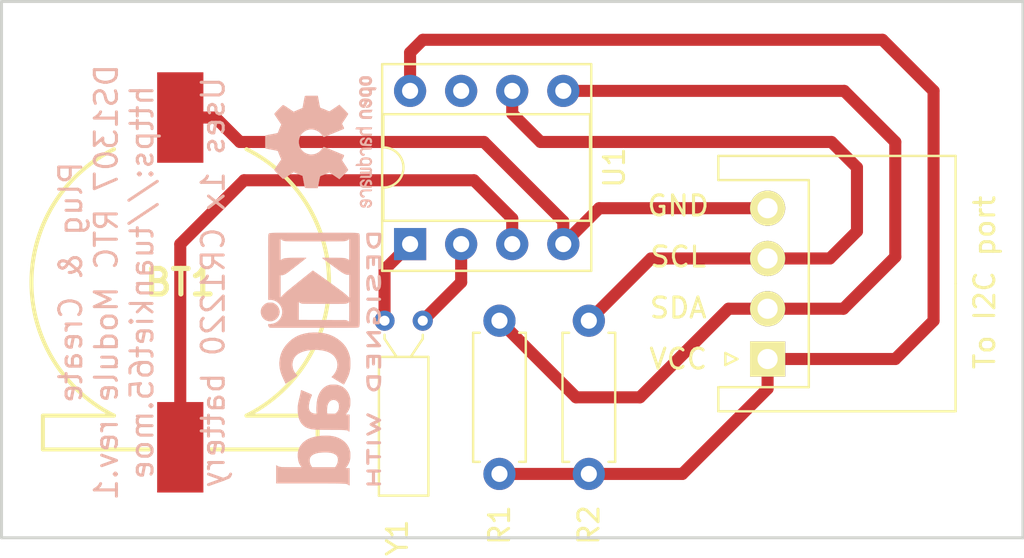
<source format=kicad_pcb>
(kicad_pcb (version 4) (host pcbnew 4.0.7)

  (general
    (links 12)
    (no_connects 0)
    (area 126.289999 73.584999 177.240001 100.405001)
    (thickness 1.6)
    (drawings 10)
    (tracks 45)
    (zones 0)
    (modules 8)
    (nets 8)
  )

  (page A4)
  (layers
    (0 F.Cu signal)
    (31 B.Cu signal)
    (32 B.Adhes user)
    (33 F.Adhes user)
    (34 B.Paste user)
    (35 F.Paste user)
    (36 B.SilkS user hide)
    (37 F.SilkS user)
    (38 B.Mask user)
    (39 F.Mask user)
    (40 Dwgs.User user)
    (41 Cmts.User user)
    (42 Eco1.User user)
    (43 Eco2.User user)
    (44 Edge.Cuts user)
    (45 Margin user)
    (46 B.CrtYd user)
    (47 F.CrtYd user)
    (48 B.Fab user)
    (49 F.Fab user hide)
  )

  (setup
    (last_trace_width 0.6)
    (user_trace_width 0.6)
    (trace_clearance 0.7)
    (zone_clearance 0.254)
    (zone_45_only yes)
    (trace_min 0.2)
    (segment_width 0.2)
    (edge_width 0.15)
    (via_size 0.6)
    (via_drill 0.4)
    (via_min_size 0.4)
    (via_min_drill 0.3)
    (uvia_size 0.3)
    (uvia_drill 0.1)
    (uvias_allowed no)
    (uvia_min_size 0.2)
    (uvia_min_drill 0.1)
    (pcb_text_width 0.3)
    (pcb_text_size 1.5 1.5)
    (mod_edge_width 0.15)
    (mod_text_size 1 1)
    (mod_text_width 0.15)
    (pad_size 1.524 1.524)
    (pad_drill 0.762)
    (pad_to_mask_clearance 0.2)
    (aux_axis_origin 126.365 100.33)
    (visible_elements FFFED77F)
    (pcbplotparams
      (layerselection 0x010fc_80000001)
      (usegerberextensions true)
      (excludeedgelayer true)
      (linewidth 0.150000)
      (plotframeref false)
      (viasonmask false)
      (mode 1)
      (useauxorigin true)
      (hpglpennumber 1)
      (hpglpenspeed 20)
      (hpglpendiameter 15)
      (hpglpenoverlay 2)
      (psnegative false)
      (psa4output false)
      (plotreference true)
      (plotvalue false)
      (plotinvisibletext false)
      (padsonsilk false)
      (subtractmaskfromsilk true)
      (outputformat 1)
      (mirror false)
      (drillshape 0)
      (scaleselection 1)
      (outputdirectory ../gerber/rtc_ds1307/))
  )

  (net 0 "")
  (net 1 -BATT)
  (net 2 +BATT)
  (net 3 +5V)
  (net 4 /SDA)
  (net 5 /SCL)
  (net 6 /XTAL1)
  (net 7 /XTAL2)

  (net_class Default "This is the default net class."
    (clearance 0.7)
    (trace_width 0.25)
    (via_dia 0.6)
    (via_drill 0.4)
    (uvia_dia 0.3)
    (uvia_drill 0.1)
    (add_net +5V)
    (add_net +BATT)
    (add_net -BATT)
    (add_net /SCL)
    (add_net /SDA)
    (add_net /XTAL1)
    (add_net /XTAL2)
  )

  (module Connectors_JST:JST_XH_S04B-XH-A_04x2.50mm_Angled (layer F.Cu) (tedit 5A8E99A7) (tstamp 5A798FE3)
    (at 164.465 91.44 90)
    (descr "JST XH series connector, S04B-XH-A, side entry type, through hole")
    (tags "connector jst xh tht side horizontal angled 2.50mm")
    (path /5A797D63)
    (fp_text reference J1 (at 3.73 -2.54 90) (layer F.SilkS) hide
      (effects (font (size 1 1) (thickness 0.15)))
    )
    (fp_text value Conn_01x04 (at 3.75 10.3 90) (layer F.Fab)
      (effects (font (size 1 1) (thickness 0.15)))
    )
    (fp_line (start -2.45 -2.3) (end -2.45 9.2) (layer F.Fab) (width 0.1))
    (fp_line (start -2.45 9.2) (end 9.95 9.2) (layer F.Fab) (width 0.1))
    (fp_line (start 9.95 9.2) (end 9.95 -2.3) (layer F.Fab) (width 0.1))
    (fp_line (start 9.95 -2.3) (end -2.45 -2.3) (layer F.Fab) (width 0.1))
    (fp_line (start -2.95 -2.8) (end -2.95 9.7) (layer F.CrtYd) (width 0.05))
    (fp_line (start -2.95 9.7) (end 10.45 9.7) (layer F.CrtYd) (width 0.05))
    (fp_line (start 10.45 9.7) (end 10.45 -2.8) (layer F.CrtYd) (width 0.05))
    (fp_line (start 10.45 -2.8) (end -2.95 -2.8) (layer F.CrtYd) (width 0.05))
    (fp_line (start 3.75 9.35) (end -2.6 9.35) (layer F.SilkS) (width 0.12))
    (fp_line (start -2.6 9.35) (end -2.6 -2.45) (layer F.SilkS) (width 0.12))
    (fp_line (start -2.6 -2.45) (end -1.4 -2.45) (layer F.SilkS) (width 0.12))
    (fp_line (start -1.4 -2.45) (end -1.4 2.05) (layer F.SilkS) (width 0.12))
    (fp_line (start -1.4 2.05) (end 3.75 2.05) (layer F.SilkS) (width 0.12))
    (fp_line (start 3.75 9.35) (end 10.1 9.35) (layer F.SilkS) (width 0.12))
    (fp_line (start 10.1 9.35) (end 10.1 -2.45) (layer F.SilkS) (width 0.12))
    (fp_line (start 10.1 -2.45) (end 8.9 -2.45) (layer F.SilkS) (width 0.12))
    (fp_line (start 8.9 -2.45) (end 8.9 2.05) (layer F.SilkS) (width 0.12))
    (fp_line (start 8.9 2.05) (end 3.75 2.05) (layer F.SilkS) (width 0.12))
    (fp_line (start -0.25 3.45) (end -0.25 8.7) (layer F.Fab) (width 0.1))
    (fp_line (start -0.25 8.7) (end 0.25 8.7) (layer F.Fab) (width 0.1))
    (fp_line (start 0.25 8.7) (end 0.25 3.45) (layer F.Fab) (width 0.1))
    (fp_line (start 0.25 3.45) (end -0.25 3.45) (layer F.Fab) (width 0.1))
    (fp_line (start 2.25 3.45) (end 2.25 8.7) (layer F.Fab) (width 0.1))
    (fp_line (start 2.25 8.7) (end 2.75 8.7) (layer F.Fab) (width 0.1))
    (fp_line (start 2.75 8.7) (end 2.75 3.45) (layer F.Fab) (width 0.1))
    (fp_line (start 2.75 3.45) (end 2.25 3.45) (layer F.Fab) (width 0.1))
    (fp_line (start 4.75 3.45) (end 4.75 8.7) (layer F.Fab) (width 0.1))
    (fp_line (start 4.75 8.7) (end 5.25 8.7) (layer F.Fab) (width 0.1))
    (fp_line (start 5.25 8.7) (end 5.25 3.45) (layer F.Fab) (width 0.1))
    (fp_line (start 5.25 3.45) (end 4.75 3.45) (layer F.Fab) (width 0.1))
    (fp_line (start 7.25 3.45) (end 7.25 8.7) (layer F.Fab) (width 0.1))
    (fp_line (start 7.25 8.7) (end 7.75 8.7) (layer F.Fab) (width 0.1))
    (fp_line (start 7.75 8.7) (end 7.75 3.45) (layer F.Fab) (width 0.1))
    (fp_line (start 7.75 3.45) (end 7.25 3.45) (layer F.Fab) (width 0.1))
    (fp_line (start 0 -1.5) (end -0.3 -2.1) (layer F.SilkS) (width 0.12))
    (fp_line (start -0.3 -2.1) (end 0.3 -2.1) (layer F.SilkS) (width 0.12))
    (fp_line (start 0.3 -2.1) (end 0 -1.5) (layer F.SilkS) (width 0.12))
    (fp_line (start 0 -1.5) (end -0.3 -2.1) (layer F.Fab) (width 0.1))
    (fp_line (start -0.3 -2.1) (end 0.3 -2.1) (layer F.Fab) (width 0.1))
    (fp_line (start 0.3 -2.1) (end 0 -1.5) (layer F.Fab) (width 0.1))
    (fp_text user %R (at 3.75 2.25 90) (layer F.Fab)
      (effects (font (size 1 1) (thickness 0.15)))
    )
    (pad 1 thru_hole rect (at 0 0 90) (size 1.75 1.75) (drill 1) (layers *.Cu *.Mask F.SilkS)
      (net 3 +5V))
    (pad 2 thru_hole circle (at 2.5 0 90) (size 1.75 1.75) (drill 1) (layers *.Cu *.Mask F.SilkS)
      (net 4 /SDA))
    (pad 3 thru_hole circle (at 5 0 90) (size 1.75 1.75) (drill 1) (layers *.Cu *.Mask F.SilkS)
      (net 5 /SCL))
    (pad 4 thru_hole circle (at 7.5 0 90) (size 1.75 1.75) (drill 1) (layers *.Cu *.Mask F.SilkS)
      (net 1 -BATT))
    (model Connectors_JST.3dshapes/JST_XH_S04B-XH-A_04x2.50mm_Angled.wrl
      (at (xyz 0 0 0))
      (scale (xyz 1 1 1))
      (rotate (xyz 0 0 0))
    )
  )

  (module Crystals:Crystal_C26-LF_d2.1mm_l6.5mm_Horizontal (layer F.Cu) (tedit 5A8EB906) (tstamp 5A799001)
    (at 145.415 89.535)
    (descr "Crystal THT C26-LF 6.5mm length 2.06mm diameter")
    (tags ['C26-LF'])
    (path /5A797BF4)
    (fp_text reference Y1 (at 0.635 10.795 270) (layer F.SilkS)
      (effects (font (size 1 1) (thickness 0.15)))
    )
    (fp_text value 32768 (at 3.5 1.75 90) (layer F.Fab)
      (effects (font (size 1 1) (thickness 0.15)))
    )
    (fp_text user %R (at 1 5.5 90) (layer F.Fab)
      (effects (font (size 0.7 0.7) (thickness 0.105)))
    )
    (fp_line (start -0.08 2) (end -0.08 8.5) (layer F.Fab) (width 0.1))
    (fp_line (start -0.08 8.5) (end 1.98 8.5) (layer F.Fab) (width 0.1))
    (fp_line (start 1.98 8.5) (end 1.98 2) (layer F.Fab) (width 0.1))
    (fp_line (start 1.98 2) (end -0.08 2) (layer F.Fab) (width 0.1))
    (fp_line (start 0.6 2) (end 0 1) (layer F.Fab) (width 0.1))
    (fp_line (start 0 1) (end 0 0) (layer F.Fab) (width 0.1))
    (fp_line (start 1.3 2) (end 1.9 1) (layer F.Fab) (width 0.1))
    (fp_line (start 1.9 1) (end 1.9 0) (layer F.Fab) (width 0.1))
    (fp_line (start -0.28 1.8) (end -0.28 8.7) (layer F.SilkS) (width 0.12))
    (fp_line (start -0.28 8.7) (end 2.18 8.7) (layer F.SilkS) (width 0.12))
    (fp_line (start 2.18 8.7) (end 2.18 1.8) (layer F.SilkS) (width 0.12))
    (fp_line (start 2.18 1.8) (end -0.28 1.8) (layer F.SilkS) (width 0.12))
    (fp_line (start 0.6 1.8) (end 0 0.9) (layer F.SilkS) (width 0.12))
    (fp_line (start 0 0.9) (end 0 0.7) (layer F.SilkS) (width 0.12))
    (fp_line (start 1.3 1.8) (end 1.9 0.9) (layer F.SilkS) (width 0.12))
    (fp_line (start 1.9 0.9) (end 1.9 0.7) (layer F.SilkS) (width 0.12))
    (fp_line (start -0.9 -0.8) (end -0.9 9.3) (layer F.CrtYd) (width 0.05))
    (fp_line (start -0.9 9.3) (end 2.8 9.3) (layer F.CrtYd) (width 0.05))
    (fp_line (start 2.8 9.3) (end 2.8 -0.8) (layer F.CrtYd) (width 0.05))
    (fp_line (start 2.8 -0.8) (end -0.9 -0.8) (layer F.CrtYd) (width 0.05))
    (pad 1 thru_hole circle (at 0 0) (size 1 1) (drill 0.5) (layers *.Cu *.Mask)
      (net 6 /XTAL1))
    (pad 2 thru_hole circle (at 1.9 0) (size 1 1) (drill 0.5) (layers *.Cu *.Mask)
      (net 7 /XTAL2))
    (model ${KISYS3DMOD}/Crystals.3dshapes/Crystal_C26-LF_d2.1mm_l6.5mm_Horizontal.wrl
      (at (xyz 0 0 0))
      (scale (xyz 0.393701 0.393701 0.393701))
      (rotate (xyz 0 0 0))
    )
  )

  (module S8411-45R:S8411-45R (layer F.Cu) (tedit 5A8DA66D) (tstamp 5A8DA759)
    (at 135.255 87.63)
    (descr S8411-45R)
    (tags "Undefined or Miscellaneous")
    (path /5A797E10)
    (fp_text reference BT1 (at 0 0) (layer F.SilkS)
      (effects (font (size 1.27 1.27) (thickness 0.254)))
    )
    (fp_text value Battery_Cell (at -0.412 -0.096) (layer F.SilkS) hide
      (effects (font (size 1.27 1.27) (thickness 0.254)))
    )
    (fp_line (start -6.832 8.307) (end 6.832 8.307) (layer Dwgs.User) (width 0.2))
    (fp_line (start -6.832 8.307) (end -6.832 6.625) (layer Dwgs.User) (width 0.2))
    (fp_line (start 6.832 8.307) (end 6.832 6.625) (layer Dwgs.User) (width 0.2))
    (fp_line (start -6.832 6.625) (end -3.27 6.625) (layer Dwgs.User) (width 0.2))
    (fp_line (start 6.832 6.625) (end 3.27 6.625) (layer Dwgs.User) (width 0.2))
    (fp_line (start -3.29687 6.625) (end -6.832 6.625) (layer F.SilkS) (width 0.2))
    (fp_line (start -6.832 6.625) (end -6.832 8.307) (layer F.SilkS) (width 0.2))
    (fp_line (start 6.832 8.307) (end 6.832 6.625) (layer F.SilkS) (width 0.2))
    (fp_line (start 6.832 6.625) (end 3.296 6.625) (layer F.SilkS) (width 0.2))
    (fp_line (start -6.832 8.307) (end -1.553 8.307) (layer F.SilkS) (width 0.2))
    (fp_line (start 6.832 8.307) (end 1.49 8.307) (layer F.SilkS) (width 0.2))
    (fp_circle (center 0 0) (end 7.4 0) (layer Dwgs.User) (width 0.254))
    (fp_arc (start 0 0) (end -3.29687 -6.625) (angle -127.1) (layer F.SilkS) (width 0.2))
    (fp_arc (start -0.00001 0) (end 3.29687 6.625) (angle -127.1) (layer F.SilkS) (width 0.2))
    (pad 1 smd rect (at 0 8.2) (size 2.3 4.5) (layers F.Cu F.Paste F.Mask)
      (net 2 +BATT))
    (pad 2 smd rect (at 0 -8.2) (size 2.3 4.5) (layers F.Cu F.Paste F.Mask)
      (net 1 -BATT))
  )

  (module Housings_DIP:DIP-8_W7.62mm_Socket (layer F.Cu) (tedit 59C78D6B) (tstamp 5A8EB5EB)
    (at 146.685 85.725 90)
    (descr "8-lead though-hole mounted DIP package, row spacing 7.62 mm (300 mils), Socket")
    (tags "THT DIP DIL PDIP 2.54mm 7.62mm 300mil Socket")
    (path /5A797A41)
    (fp_text reference U1 (at 3.81 10.16 90) (layer F.SilkS)
      (effects (font (size 1 1) (thickness 0.15)))
    )
    (fp_text value DS1307+ (at 3.81 9.95 90) (layer F.Fab)
      (effects (font (size 1 1) (thickness 0.15)))
    )
    (fp_arc (start 3.81 -1.33) (end 2.81 -1.33) (angle -180) (layer F.SilkS) (width 0.12))
    (fp_line (start 1.635 -1.27) (end 6.985 -1.27) (layer F.Fab) (width 0.1))
    (fp_line (start 6.985 -1.27) (end 6.985 8.89) (layer F.Fab) (width 0.1))
    (fp_line (start 6.985 8.89) (end 0.635 8.89) (layer F.Fab) (width 0.1))
    (fp_line (start 0.635 8.89) (end 0.635 -0.27) (layer F.Fab) (width 0.1))
    (fp_line (start 0.635 -0.27) (end 1.635 -1.27) (layer F.Fab) (width 0.1))
    (fp_line (start -1.27 -1.33) (end -1.27 8.95) (layer F.Fab) (width 0.1))
    (fp_line (start -1.27 8.95) (end 8.89 8.95) (layer F.Fab) (width 0.1))
    (fp_line (start 8.89 8.95) (end 8.89 -1.33) (layer F.Fab) (width 0.1))
    (fp_line (start 8.89 -1.33) (end -1.27 -1.33) (layer F.Fab) (width 0.1))
    (fp_line (start 2.81 -1.33) (end 1.16 -1.33) (layer F.SilkS) (width 0.12))
    (fp_line (start 1.16 -1.33) (end 1.16 8.95) (layer F.SilkS) (width 0.12))
    (fp_line (start 1.16 8.95) (end 6.46 8.95) (layer F.SilkS) (width 0.12))
    (fp_line (start 6.46 8.95) (end 6.46 -1.33) (layer F.SilkS) (width 0.12))
    (fp_line (start 6.46 -1.33) (end 4.81 -1.33) (layer F.SilkS) (width 0.12))
    (fp_line (start -1.33 -1.39) (end -1.33 9.01) (layer F.SilkS) (width 0.12))
    (fp_line (start -1.33 9.01) (end 8.95 9.01) (layer F.SilkS) (width 0.12))
    (fp_line (start 8.95 9.01) (end 8.95 -1.39) (layer F.SilkS) (width 0.12))
    (fp_line (start 8.95 -1.39) (end -1.33 -1.39) (layer F.SilkS) (width 0.12))
    (fp_line (start -1.55 -1.6) (end -1.55 9.2) (layer F.CrtYd) (width 0.05))
    (fp_line (start -1.55 9.2) (end 9.15 9.2) (layer F.CrtYd) (width 0.05))
    (fp_line (start 9.15 9.2) (end 9.15 -1.6) (layer F.CrtYd) (width 0.05))
    (fp_line (start 9.15 -1.6) (end -1.55 -1.6) (layer F.CrtYd) (width 0.05))
    (fp_text user %R (at 3.81 3.81 90) (layer F.Fab)
      (effects (font (size 1 1) (thickness 0.15)))
    )
    (pad 1 thru_hole rect (at 0 0 90) (size 1.6 1.6) (drill 0.8) (layers *.Cu *.Mask)
      (net 6 /XTAL1))
    (pad 5 thru_hole oval (at 7.62 7.62 90) (size 1.6 1.6) (drill 0.8) (layers *.Cu *.Mask)
      (net 4 /SDA))
    (pad 2 thru_hole oval (at 0 2.54 90) (size 1.6 1.6) (drill 0.8) (layers *.Cu *.Mask)
      (net 7 /XTAL2))
    (pad 6 thru_hole oval (at 7.62 5.08 90) (size 1.6 1.6) (drill 0.8) (layers *.Cu *.Mask)
      (net 5 /SCL))
    (pad 3 thru_hole oval (at 0 5.08 90) (size 1.6 1.6) (drill 0.8) (layers *.Cu *.Mask)
      (net 2 +BATT))
    (pad 7 thru_hole oval (at 7.62 2.54 90) (size 1.6 1.6) (drill 0.8) (layers *.Cu *.Mask))
    (pad 4 thru_hole oval (at 0 7.62 90) (size 1.6 1.6) (drill 0.8) (layers *.Cu *.Mask)
      (net 1 -BATT))
    (pad 8 thru_hole oval (at 7.62 0 90) (size 1.6 1.6) (drill 0.8) (layers *.Cu *.Mask)
      (net 3 +5V))
    (model ${KISYS3DMOD}/Housings_DIP.3dshapes/DIP-8_W7.62mm_Socket.wrl
      (at (xyz 0 0 0))
      (scale (xyz 1 1 1))
      (rotate (xyz 0 0 0))
    )
  )

  (module Symbols:KiCad-Logo2_6mm_SilkScreen locked (layer B.Cu) (tedit 0) (tstamp 5A8EB978)
    (at 142.24 91.44 270)
    (descr "KiCad Logo")
    (tags "Logo KiCad")
    (attr virtual)
    (fp_text reference REF*** (at 0 0 270) (layer B.SilkS) hide
      (effects (font (size 1 1) (thickness 0.15)) (justify mirror))
    )
    (fp_text value KiCad-Logo2_6mm_SilkScreen (at 0.75 0 270) (layer B.Fab) hide
      (effects (font (size 1 1) (thickness 0.15)) (justify mirror))
    )
    (fp_poly (pts (xy -6.121371 -2.269066) (xy -6.081889 -2.269467) (xy -5.9662 -2.272259) (xy -5.869311 -2.28055)
      (xy -5.787919 -2.295232) (xy -5.718723 -2.317193) (xy -5.65842 -2.347322) (xy -5.603708 -2.38651)
      (xy -5.584167 -2.403532) (xy -5.55175 -2.443363) (xy -5.52252 -2.497413) (xy -5.499991 -2.557323)
      (xy -5.487679 -2.614739) (xy -5.4864 -2.635956) (xy -5.494417 -2.694769) (xy -5.515899 -2.759013)
      (xy -5.546999 -2.819821) (xy -5.583866 -2.86833) (xy -5.589854 -2.874182) (xy -5.640579 -2.915321)
      (xy -5.696125 -2.947435) (xy -5.759696 -2.971365) (xy -5.834494 -2.987953) (xy -5.923722 -2.998041)
      (xy -6.030582 -3.002469) (xy -6.079528 -3.002845) (xy -6.141762 -3.002545) (xy -6.185528 -3.001292)
      (xy -6.214931 -2.998554) (xy -6.234079 -2.993801) (xy -6.247077 -2.986501) (xy -6.254045 -2.980267)
      (xy -6.260626 -2.972694) (xy -6.265788 -2.962924) (xy -6.269703 -2.94834) (xy -6.272543 -2.926326)
      (xy -6.27448 -2.894264) (xy -6.275684 -2.849536) (xy -6.276328 -2.789526) (xy -6.276583 -2.711617)
      (xy -6.276622 -2.635956) (xy -6.27687 -2.535041) (xy -6.276817 -2.454427) (xy -6.275857 -2.415822)
      (xy -6.129867 -2.415822) (xy -6.129867 -2.856089) (xy -6.036734 -2.856004) (xy -5.980693 -2.854396)
      (xy -5.921999 -2.850256) (xy -5.873028 -2.844464) (xy -5.871538 -2.844226) (xy -5.792392 -2.82509)
      (xy -5.731002 -2.795287) (xy -5.684305 -2.752878) (xy -5.654635 -2.706961) (xy -5.636353 -2.656026)
      (xy -5.637771 -2.6082) (xy -5.658988 -2.556933) (xy -5.700489 -2.503899) (xy -5.757998 -2.4646)
      (xy -5.83275 -2.438331) (xy -5.882708 -2.429035) (xy -5.939416 -2.422507) (xy -5.999519 -2.417782)
      (xy -6.050639 -2.415817) (xy -6.053667 -2.415808) (xy -6.129867 -2.415822) (xy -6.275857 -2.415822)
      (xy -6.27526 -2.391851) (xy -6.270998 -2.345055) (xy -6.26283 -2.311778) (xy -6.249556 -2.289759)
      (xy -6.229974 -2.276739) (xy -6.202883 -2.270457) (xy -6.167082 -2.268653) (xy -6.121371 -2.269066)) (layer B.SilkS) (width 0.01))
    (fp_poly (pts (xy -4.712794 -2.269146) (xy -4.643386 -2.269518) (xy -4.590997 -2.270385) (xy -4.552847 -2.271946)
      (xy -4.526159 -2.274403) (xy -4.508153 -2.277957) (xy -4.496049 -2.28281) (xy -4.487069 -2.289161)
      (xy -4.483818 -2.292084) (xy -4.464043 -2.323142) (xy -4.460482 -2.358828) (xy -4.473491 -2.39051)
      (xy -4.479506 -2.396913) (xy -4.489235 -2.403121) (xy -4.504901 -2.40791) (xy -4.529408 -2.411514)
      (xy -4.565661 -2.414164) (xy -4.616565 -2.416095) (xy -4.685026 -2.417539) (xy -4.747617 -2.418418)
      (xy -4.995334 -2.421467) (xy -4.998719 -2.486378) (xy -5.002105 -2.551289) (xy -4.833958 -2.551289)
      (xy -4.760959 -2.551919) (xy -4.707517 -2.554553) (xy -4.670628 -2.560309) (xy -4.647288 -2.570304)
      (xy -4.634494 -2.585656) (xy -4.629242 -2.607482) (xy -4.628445 -2.627738) (xy -4.630923 -2.652592)
      (xy -4.640277 -2.670906) (xy -4.659383 -2.683637) (xy -4.691118 -2.691741) (xy -4.738359 -2.696176)
      (xy -4.803983 -2.697899) (xy -4.839801 -2.698045) (xy -5.000978 -2.698045) (xy -5.000978 -2.856089)
      (xy -4.752622 -2.856089) (xy -4.671213 -2.856202) (xy -4.609342 -2.856712) (xy -4.563968 -2.85787)
      (xy -4.532054 -2.85993) (xy -4.510559 -2.863146) (xy -4.496443 -2.867772) (xy -4.486668 -2.874059)
      (xy -4.481689 -2.878667) (xy -4.46461 -2.90556) (xy -4.459111 -2.929467) (xy -4.466963 -2.958667)
      (xy -4.481689 -2.980267) (xy -4.489546 -2.987066) (xy -4.499688 -2.992346) (xy -4.514844 -2.996298)
      (xy -4.537741 -2.999113) (xy -4.571109 -3.000982) (xy -4.617675 -3.002098) (xy -4.680167 -3.002651)
      (xy -4.761314 -3.002833) (xy -4.803422 -3.002845) (xy -4.893598 -3.002765) (xy -4.963924 -3.002398)
      (xy -5.017129 -3.001552) (xy -5.05594 -3.000036) (xy -5.083087 -2.997659) (xy -5.101298 -2.994229)
      (xy -5.1133 -2.989554) (xy -5.121822 -2.983444) (xy -5.125156 -2.980267) (xy -5.131755 -2.97267)
      (xy -5.136927 -2.96287) (xy -5.140846 -2.948239) (xy -5.143684 -2.926152) (xy -5.145615 -2.893982)
      (xy -5.146812 -2.849103) (xy -5.147448 -2.788889) (xy -5.147697 -2.710713) (xy -5.147734 -2.637923)
      (xy -5.1477 -2.544707) (xy -5.147465 -2.471431) (xy -5.14683 -2.415458) (xy -5.145594 -2.374151)
      (xy -5.143556 -2.344872) (xy -5.140517 -2.324984) (xy -5.136277 -2.31185) (xy -5.130635 -2.302832)
      (xy -5.123391 -2.295293) (xy -5.121606 -2.293612) (xy -5.112945 -2.286172) (xy -5.102882 -2.280409)
      (xy -5.088625 -2.276112) (xy -5.067383 -2.273064) (xy -5.036364 -2.271051) (xy -4.992777 -2.26986)
      (xy -4.933831 -2.269275) (xy -4.856734 -2.269083) (xy -4.802001 -2.269067) (xy -4.712794 -2.269146)) (layer B.SilkS) (width 0.01))
    (fp_poly (pts (xy -3.691703 -2.270351) (xy -3.616888 -2.275581) (xy -3.547306 -2.28375) (xy -3.487002 -2.29455)
      (xy -3.44002 -2.307673) (xy -3.410406 -2.322813) (xy -3.40586 -2.327269) (xy -3.390054 -2.36185)
      (xy -3.394847 -2.397351) (xy -3.419364 -2.427725) (xy -3.420534 -2.428596) (xy -3.434954 -2.437954)
      (xy -3.450008 -2.442876) (xy -3.471005 -2.443473) (xy -3.503257 -2.439861) (xy -3.552073 -2.432154)
      (xy -3.556 -2.431505) (xy -3.628739 -2.422569) (xy -3.707217 -2.418161) (xy -3.785927 -2.418119)
      (xy -3.859361 -2.422279) (xy -3.922011 -2.430479) (xy -3.96837 -2.442557) (xy -3.971416 -2.443771)
      (xy -4.005048 -2.462615) (xy -4.016864 -2.481685) (xy -4.007614 -2.500439) (xy -3.978047 -2.518337)
      (xy -3.928911 -2.534837) (xy -3.860957 -2.549396) (xy -3.815645 -2.556406) (xy -3.721456 -2.569889)
      (xy -3.646544 -2.582214) (xy -3.587717 -2.594449) (xy -3.541785 -2.607661) (xy -3.505555 -2.622917)
      (xy -3.475838 -2.641285) (xy -3.449442 -2.663831) (xy -3.42823 -2.685971) (xy -3.403065 -2.716819)
      (xy -3.390681 -2.743345) (xy -3.386808 -2.776026) (xy -3.386667 -2.787995) (xy -3.389576 -2.827712)
      (xy -3.401202 -2.857259) (xy -3.421323 -2.883486) (xy -3.462216 -2.923576) (xy -3.507817 -2.954149)
      (xy -3.561513 -2.976203) (xy -3.626692 -2.990735) (xy -3.706744 -2.998741) (xy -3.805057 -3.001218)
      (xy -3.821289 -3.001177) (xy -3.886849 -2.999818) (xy -3.951866 -2.99673) (xy -4.009252 -2.992356)
      (xy -4.051922 -2.98714) (xy -4.055372 -2.986541) (xy -4.097796 -2.976491) (xy -4.13378 -2.963796)
      (xy -4.15415 -2.95219) (xy -4.173107 -2.921572) (xy -4.174427 -2.885918) (xy -4.158085 -2.854144)
      (xy -4.154429 -2.850551) (xy -4.139315 -2.839876) (xy -4.120415 -2.835276) (xy -4.091162 -2.836059)
      (xy -4.055651 -2.840127) (xy -4.01597 -2.843762) (xy -3.960345 -2.846828) (xy -3.895406 -2.849053)
      (xy -3.827785 -2.850164) (xy -3.81 -2.850237) (xy -3.742128 -2.849964) (xy -3.692454 -2.848646)
      (xy -3.65661 -2.845827) (xy -3.630224 -2.84105) (xy -3.608926 -2.833857) (xy -3.596126 -2.827867)
      (xy -3.568 -2.811233) (xy -3.550068 -2.796168) (xy -3.547447 -2.791897) (xy -3.552976 -2.774263)
      (xy -3.57926 -2.757192) (xy -3.624478 -2.741458) (xy -3.686808 -2.727838) (xy -3.705171 -2.724804)
      (xy -3.80109 -2.709738) (xy -3.877641 -2.697146) (xy -3.93778 -2.686111) (xy -3.98446 -2.67572)
      (xy -4.020637 -2.665056) (xy -4.049265 -2.653205) (xy -4.073298 -2.639251) (xy -4.095692 -2.622281)
      (xy -4.119402 -2.601378) (xy -4.12738 -2.594049) (xy -4.155353 -2.566699) (xy -4.17016 -2.545029)
      (xy -4.175952 -2.520232) (xy -4.176889 -2.488983) (xy -4.166575 -2.427705) (xy -4.135752 -2.37564)
      (xy -4.084595 -2.332958) (xy -4.013283 -2.299825) (xy -3.9624 -2.284964) (xy -3.9071 -2.275366)
      (xy -3.840853 -2.269936) (xy -3.767706 -2.268367) (xy -3.691703 -2.270351)) (layer B.SilkS) (width 0.01))
    (fp_poly (pts (xy -2.923822 -2.291645) (xy -2.917242 -2.299218) (xy -2.912079 -2.308987) (xy -2.908164 -2.323571)
      (xy -2.905324 -2.345585) (xy -2.903387 -2.377648) (xy -2.902183 -2.422375) (xy -2.901539 -2.482385)
      (xy -2.901284 -2.560294) (xy -2.901245 -2.635956) (xy -2.901314 -2.729802) (xy -2.901638 -2.803689)
      (xy -2.902386 -2.860232) (xy -2.903732 -2.902049) (xy -2.905846 -2.931757) (xy -2.9089 -2.951973)
      (xy -2.913066 -2.965314) (xy -2.918516 -2.974398) (xy -2.923822 -2.980267) (xy -2.956826 -2.999947)
      (xy -2.991991 -2.998181) (xy -3.023455 -2.976717) (xy -3.030684 -2.968337) (xy -3.036334 -2.958614)
      (xy -3.040599 -2.944861) (xy -3.043673 -2.924389) (xy -3.045752 -2.894512) (xy -3.04703 -2.852541)
      (xy -3.047701 -2.795789) (xy -3.047959 -2.721567) (xy -3.048 -2.637537) (xy -3.048 -2.324485)
      (xy -3.020291 -2.296776) (xy -2.986137 -2.273463) (xy -2.953006 -2.272623) (xy -2.923822 -2.291645)) (layer B.SilkS) (width 0.01))
    (fp_poly (pts (xy -1.950081 -2.274599) (xy -1.881565 -2.286095) (xy -1.828943 -2.303967) (xy -1.794708 -2.327499)
      (xy -1.785379 -2.340924) (xy -1.775893 -2.372148) (xy -1.782277 -2.400395) (xy -1.80243 -2.427182)
      (xy -1.833745 -2.439713) (xy -1.879183 -2.438696) (xy -1.914326 -2.431906) (xy -1.992419 -2.418971)
      (xy -2.072226 -2.417742) (xy -2.161555 -2.428241) (xy -2.186229 -2.43269) (xy -2.269291 -2.456108)
      (xy -2.334273 -2.490945) (xy -2.380461 -2.536604) (xy -2.407145 -2.592494) (xy -2.412663 -2.621388)
      (xy -2.409051 -2.680012) (xy -2.385729 -2.731879) (xy -2.344824 -2.775978) (xy -2.288459 -2.811299)
      (xy -2.21876 -2.836829) (xy -2.137852 -2.851559) (xy -2.04786 -2.854478) (xy -1.95091 -2.844575)
      (xy -1.945436 -2.843641) (xy -1.906875 -2.836459) (xy -1.885494 -2.829521) (xy -1.876227 -2.819227)
      (xy -1.874006 -2.801976) (xy -1.873956 -2.792841) (xy -1.873956 -2.754489) (xy -1.942431 -2.754489)
      (xy -2.0029 -2.750347) (xy -2.044165 -2.737147) (xy -2.068175 -2.71373) (xy -2.076877 -2.678936)
      (xy -2.076983 -2.674394) (xy -2.071892 -2.644654) (xy -2.054433 -2.623419) (xy -2.021939 -2.609366)
      (xy -1.971743 -2.601173) (xy -1.923123 -2.598161) (xy -1.852456 -2.596433) (xy -1.801198 -2.59907)
      (xy -1.766239 -2.6088) (xy -1.74447 -2.628353) (xy -1.73278 -2.660456) (xy -1.72806 -2.707838)
      (xy -1.7272 -2.770071) (xy -1.728609 -2.839535) (xy -1.732848 -2.886786) (xy -1.739936 -2.912012)
      (xy -1.741311 -2.913988) (xy -1.780228 -2.945508) (xy -1.837286 -2.97047) (xy -1.908869 -2.98834)
      (xy -1.991358 -2.998586) (xy -2.081139 -3.000673) (xy -2.174592 -2.994068) (xy -2.229556 -2.985956)
      (xy -2.315766 -2.961554) (xy -2.395892 -2.921662) (xy -2.462977 -2.869887) (xy -2.473173 -2.859539)
      (xy -2.506302 -2.816035) (xy -2.536194 -2.762118) (xy -2.559357 -2.705592) (xy -2.572298 -2.654259)
      (xy -2.573858 -2.634544) (xy -2.567218 -2.593419) (xy -2.549568 -2.542252) (xy -2.524297 -2.488394)
      (xy -2.494789 -2.439195) (xy -2.468719 -2.406334) (xy -2.407765 -2.357452) (xy -2.328969 -2.318545)
      (xy -2.235157 -2.290494) (xy -2.12915 -2.274179) (xy -2.032 -2.270192) (xy -1.950081 -2.274599)) (layer B.SilkS) (width 0.01))
    (fp_poly (pts (xy -1.300114 -2.273448) (xy -1.276548 -2.287273) (xy -1.245735 -2.309881) (xy -1.206078 -2.342338)
      (xy -1.15598 -2.385708) (xy -1.093843 -2.441058) (xy -1.018072 -2.509451) (xy -0.931334 -2.588084)
      (xy -0.750711 -2.751878) (xy -0.745067 -2.532029) (xy -0.743029 -2.456351) (xy -0.741063 -2.399994)
      (xy -0.738734 -2.359706) (xy -0.735606 -2.332235) (xy -0.731245 -2.314329) (xy -0.725216 -2.302737)
      (xy -0.717084 -2.294208) (xy -0.712772 -2.290623) (xy -0.678241 -2.27167) (xy -0.645383 -2.274441)
      (xy -0.619318 -2.290633) (xy -0.592667 -2.312199) (xy -0.589352 -2.627151) (xy -0.588435 -2.719779)
      (xy -0.587968 -2.792544) (xy -0.588113 -2.848161) (xy -0.589032 -2.889342) (xy -0.590887 -2.918803)
      (xy -0.593839 -2.939255) (xy -0.59805 -2.953413) (xy -0.603682 -2.963991) (xy -0.609927 -2.972474)
      (xy -0.623439 -2.988207) (xy -0.636883 -2.998636) (xy -0.652124 -3.002639) (xy -0.671026 -2.999094)
      (xy -0.695455 -2.986879) (xy -0.727273 -2.964871) (xy -0.768348 -2.931949) (xy -0.820542 -2.886991)
      (xy -0.885722 -2.828875) (xy -0.959556 -2.762099) (xy -1.224845 -2.521458) (xy -1.230489 -2.740589)
      (xy -1.232531 -2.816128) (xy -1.234502 -2.872354) (xy -1.236839 -2.912524) (xy -1.239981 -2.939896)
      (xy -1.244364 -2.957728) (xy -1.250424 -2.969279) (xy -1.2586 -2.977807) (xy -1.262784 -2.981282)
      (xy -1.299765 -3.000372) (xy -1.334708 -2.997493) (xy -1.365136 -2.9731) (xy -1.372097 -2.963286)
      (xy -1.377523 -2.951826) (xy -1.381603 -2.935968) (xy -1.384529 -2.912963) (xy -1.386492 -2.880062)
      (xy -1.387683 -2.834516) (xy -1.388292 -2.773573) (xy -1.388511 -2.694486) (xy -1.388534 -2.635956)
      (xy -1.38846 -2.544407) (xy -1.388113 -2.472687) (xy -1.387301 -2.418045) (xy -1.385833 -2.377732)
      (xy -1.383519 -2.348998) (xy -1.380167 -2.329093) (xy -1.375588 -2.315268) (xy -1.369589 -2.304772)
      (xy -1.365136 -2.298811) (xy -1.35385 -2.284691) (xy -1.343301 -2.274029) (xy -1.331893 -2.267892)
      (xy -1.31803 -2.267343) (xy -1.300114 -2.273448)) (layer B.SilkS) (width 0.01))
    (fp_poly (pts (xy 0.230343 -2.26926) (xy 0.306701 -2.270174) (xy 0.365217 -2.272311) (xy 0.408255 -2.276175)
      (xy 0.438183 -2.282267) (xy 0.457368 -2.29109) (xy 0.468176 -2.303146) (xy 0.472973 -2.318939)
      (xy 0.474127 -2.33897) (xy 0.474133 -2.341335) (xy 0.473131 -2.363992) (xy 0.468396 -2.381503)
      (xy 0.457333 -2.394574) (xy 0.437348 -2.403913) (xy 0.405846 -2.410227) (xy 0.360232 -2.414222)
      (xy 0.297913 -2.416606) (xy 0.216293 -2.418086) (xy 0.191277 -2.418414) (xy -0.0508 -2.421467)
      (xy -0.054186 -2.486378) (xy -0.057571 -2.551289) (xy 0.110576 -2.551289) (xy 0.176266 -2.551531)
      (xy 0.223172 -2.552556) (xy 0.255083 -2.554811) (xy 0.275791 -2.558742) (xy 0.289084 -2.564798)
      (xy 0.298755 -2.573424) (xy 0.298817 -2.573493) (xy 0.316356 -2.607112) (xy 0.315722 -2.643448)
      (xy 0.297314 -2.674423) (xy 0.293671 -2.677607) (xy 0.280741 -2.685812) (xy 0.263024 -2.691521)
      (xy 0.23657 -2.695162) (xy 0.197432 -2.697167) (xy 0.141662 -2.697964) (xy 0.105994 -2.698045)
      (xy -0.056445 -2.698045) (xy -0.056445 -2.856089) (xy 0.190161 -2.856089) (xy 0.27158 -2.856231)
      (xy 0.33341 -2.856814) (xy 0.378637 -2.858068) (xy 0.410248 -2.860227) (xy 0.431231 -2.863523)
      (xy 0.444573 -2.868189) (xy 0.453261 -2.874457) (xy 0.45545 -2.876733) (xy 0.471614 -2.90828)
      (xy 0.472797 -2.944168) (xy 0.459536 -2.975285) (xy 0.449043 -2.985271) (xy 0.438129 -2.990769)
      (xy 0.421217 -2.995022) (xy 0.395633 -2.99818) (xy 0.358701 -3.000392) (xy 0.307746 -3.001806)
      (xy 0.240094 -3.002572) (xy 0.153069 -3.002838) (xy 0.133394 -3.002845) (xy 0.044911 -3.002787)
      (xy -0.023773 -3.002467) (xy -0.075436 -3.001667) (xy -0.112855 -3.000167) (xy -0.13881 -2.997749)
      (xy -0.156078 -2.994194) (xy -0.167438 -2.989282) (xy -0.175668 -2.982795) (xy -0.180183 -2.978138)
      (xy -0.186979 -2.969889) (xy -0.192288 -2.959669) (xy -0.196294 -2.9448) (xy -0.199179 -2.922602)
      (xy -0.201126 -2.890393) (xy -0.202319 -2.845496) (xy -0.202939 -2.785228) (xy -0.203171 -2.706911)
      (xy -0.2032 -2.640994) (xy -0.203129 -2.548628) (xy -0.202792 -2.476117) (xy -0.202002 -2.420737)
      (xy -0.200574 -2.379765) (xy -0.198321 -2.350478) (xy -0.195057 -2.330153) (xy -0.190596 -2.316066)
      (xy -0.184752 -2.305495) (xy -0.179803 -2.298811) (xy -0.156406 -2.269067) (xy 0.133774 -2.269067)
      (xy 0.230343 -2.26926)) (layer B.SilkS) (width 0.01))
    (fp_poly (pts (xy 1.018309 -2.269275) (xy 1.147288 -2.273636) (xy 1.256991 -2.286861) (xy 1.349226 -2.309741)
      (xy 1.425802 -2.34307) (xy 1.488527 -2.387638) (xy 1.539212 -2.444236) (xy 1.579663 -2.513658)
      (xy 1.580459 -2.515351) (xy 1.604601 -2.577483) (xy 1.613203 -2.632509) (xy 1.606231 -2.687887)
      (xy 1.583654 -2.751073) (xy 1.579372 -2.760689) (xy 1.550172 -2.816966) (xy 1.517356 -2.860451)
      (xy 1.475002 -2.897417) (xy 1.41719 -2.934135) (xy 1.413831 -2.936052) (xy 1.363504 -2.960227)
      (xy 1.306621 -2.978282) (xy 1.239527 -2.990839) (xy 1.158565 -2.998522) (xy 1.060082 -3.001953)
      (xy 1.025286 -3.002251) (xy 0.859594 -3.002845) (xy 0.836197 -2.9731) (xy 0.829257 -2.963319)
      (xy 0.823842 -2.951897) (xy 0.819765 -2.936095) (xy 0.816837 -2.913175) (xy 0.814867 -2.880396)
      (xy 0.814225 -2.856089) (xy 0.970844 -2.856089) (xy 1.064726 -2.856089) (xy 1.119664 -2.854483)
      (xy 1.17606 -2.850255) (xy 1.222345 -2.844292) (xy 1.225139 -2.84379) (xy 1.307348 -2.821736)
      (xy 1.371114 -2.7886) (xy 1.418452 -2.742847) (xy 1.451382 -2.682939) (xy 1.457108 -2.667061)
      (xy 1.462721 -2.642333) (xy 1.460291 -2.617902) (xy 1.448467 -2.5854) (xy 1.44134 -2.569434)
      (xy 1.418 -2.527006) (xy 1.38988 -2.49724) (xy 1.35894 -2.476511) (xy 1.296966 -2.449537)
      (xy 1.217651 -2.429998) (xy 1.125253 -2.418746) (xy 1.058333 -2.41627) (xy 0.970844 -2.415822)
      (xy 0.970844 -2.856089) (xy 0.814225 -2.856089) (xy 0.813668 -2.835021) (xy 0.81305 -2.774311)
      (xy 0.812825 -2.695526) (xy 0.8128 -2.63392) (xy 0.8128 -2.324485) (xy 0.840509 -2.296776)
      (xy 0.852806 -2.285544) (xy 0.866103 -2.277853) (xy 0.884672 -2.27304) (xy 0.912786 -2.270446)
      (xy 0.954717 -2.26941) (xy 1.014737 -2.26927) (xy 1.018309 -2.269275)) (layer B.SilkS) (width 0.01))
    (fp_poly (pts (xy 3.744665 -2.271034) (xy 3.764255 -2.278035) (xy 3.76501 -2.278377) (xy 3.791613 -2.298678)
      (xy 3.80627 -2.319561) (xy 3.809138 -2.329352) (xy 3.808996 -2.342361) (xy 3.804961 -2.360895)
      (xy 3.796146 -2.387257) (xy 3.781669 -2.423752) (xy 3.760645 -2.472687) (xy 3.732188 -2.536365)
      (xy 3.695415 -2.617093) (xy 3.675175 -2.661216) (xy 3.638625 -2.739985) (xy 3.604315 -2.812423)
      (xy 3.573552 -2.87588) (xy 3.547648 -2.927708) (xy 3.52791 -2.965259) (xy 3.51565 -2.985884)
      (xy 3.513224 -2.988733) (xy 3.482183 -3.001302) (xy 3.447121 -2.999619) (xy 3.419 -2.984332)
      (xy 3.417854 -2.983089) (xy 3.406668 -2.966154) (xy 3.387904 -2.93317) (xy 3.363875 -2.88838)
      (xy 3.336897 -2.836032) (xy 3.327201 -2.816742) (xy 3.254014 -2.67015) (xy 3.17424 -2.829393)
      (xy 3.145767 -2.884415) (xy 3.11935 -2.932132) (xy 3.097148 -2.968893) (xy 3.081319 -2.991044)
      (xy 3.075954 -2.995741) (xy 3.034257 -3.002102) (xy 2.999849 -2.988733) (xy 2.989728 -2.974446)
      (xy 2.972214 -2.942692) (xy 2.948735 -2.896597) (xy 2.92072 -2.839285) (xy 2.889599 -2.77388)
      (xy 2.856799 -2.703507) (xy 2.82375 -2.631291) (xy 2.791881 -2.560355) (xy 2.762619 -2.493825)
      (xy 2.737395 -2.434826) (xy 2.717636 -2.386481) (xy 2.704772 -2.351915) (xy 2.700231 -2.334253)
      (xy 2.700277 -2.333613) (xy 2.711326 -2.311388) (xy 2.73341 -2.288753) (xy 2.73471 -2.287768)
      (xy 2.761853 -2.272425) (xy 2.786958 -2.272574) (xy 2.796368 -2.275466) (xy 2.807834 -2.281718)
      (xy 2.82001 -2.294014) (xy 2.834357 -2.314908) (xy 2.852336 -2.346949) (xy 2.875407 -2.392688)
      (xy 2.90503 -2.454677) (xy 2.931745 -2.511898) (xy 2.96248 -2.578226) (xy 2.990021 -2.637874)
      (xy 3.012938 -2.687725) (xy 3.029798 -2.724664) (xy 3.039173 -2.745573) (xy 3.04054 -2.748845)
      (xy 3.046689 -2.743497) (xy 3.060822 -2.721109) (xy 3.081057 -2.684946) (xy 3.105515 -2.638277)
      (xy 3.115248 -2.619022) (xy 3.148217 -2.554004) (xy 3.173643 -2.506654) (xy 3.193612 -2.474219)
      (xy 3.21021 -2.453946) (xy 3.225524 -2.443082) (xy 3.24164 -2.438875) (xy 3.252143 -2.4384)
      (xy 3.27067 -2.440042) (xy 3.286904 -2.446831) (xy 3.303035 -2.461566) (xy 3.321251 -2.487044)
      (xy 3.343739 -2.526061) (xy 3.372689 -2.581414) (xy 3.388662 -2.612903) (xy 3.41457 -2.663087)
      (xy 3.437167 -2.704704) (xy 3.454458 -2.734242) (xy 3.46445 -2.748189) (xy 3.465809 -2.74877)
      (xy 3.472261 -2.737793) (xy 3.486708 -2.70929) (xy 3.507703 -2.666244) (xy 3.533797 -2.611638)
      (xy 3.563546 -2.548454) (xy 3.57818 -2.517071) (xy 3.61625 -2.436078) (xy 3.646905 -2.373756)
      (xy 3.671737 -2.328071) (xy 3.692337 -2.296989) (xy 3.710298 -2.278478) (xy 3.72721 -2.270504)
      (xy 3.744665 -2.271034)) (layer B.SilkS) (width 0.01))
    (fp_poly (pts (xy 4.188614 -2.275877) (xy 4.212327 -2.290647) (xy 4.238978 -2.312227) (xy 4.238978 -2.633773)
      (xy 4.238893 -2.72783) (xy 4.238529 -2.801932) (xy 4.237724 -2.858704) (xy 4.236313 -2.900768)
      (xy 4.234133 -2.930748) (xy 4.231021 -2.951267) (xy 4.226814 -2.964949) (xy 4.221348 -2.974416)
      (xy 4.217472 -2.979082) (xy 4.186034 -2.999575) (xy 4.150233 -2.998739) (xy 4.118873 -2.981264)
      (xy 4.092222 -2.959684) (xy 4.092222 -2.312227) (xy 4.118873 -2.290647) (xy 4.144594 -2.274949)
      (xy 4.1656 -2.269067) (xy 4.188614 -2.275877)) (layer B.SilkS) (width 0.01))
    (fp_poly (pts (xy 4.963065 -2.269163) (xy 5.041772 -2.269542) (xy 5.102863 -2.270333) (xy 5.148817 -2.27167)
      (xy 5.182114 -2.273683) (xy 5.205236 -2.276506) (xy 5.220662 -2.280269) (xy 5.230871 -2.285105)
      (xy 5.235813 -2.288822) (xy 5.261457 -2.321358) (xy 5.264559 -2.355138) (xy 5.248711 -2.385826)
      (xy 5.238348 -2.398089) (xy 5.227196 -2.40645) (xy 5.211035 -2.411657) (xy 5.185642 -2.414457)
      (xy 5.146798 -2.415596) (xy 5.09028 -2.415821) (xy 5.07918 -2.415822) (xy 4.933244 -2.415822)
      (xy 4.933244 -2.686756) (xy 4.933148 -2.772154) (xy 4.932711 -2.837864) (xy 4.931712 -2.886774)
      (xy 4.929928 -2.921773) (xy 4.927137 -2.945749) (xy 4.923117 -2.961593) (xy 4.917645 -2.972191)
      (xy 4.910666 -2.980267) (xy 4.877734 -3.000112) (xy 4.843354 -2.998548) (xy 4.812176 -2.975906)
      (xy 4.809886 -2.9731) (xy 4.802429 -2.962492) (xy 4.796747 -2.950081) (xy 4.792601 -2.93285)
      (xy 4.78975 -2.907784) (xy 4.787954 -2.871867) (xy 4.786972 -2.822083) (xy 4.786564 -2.755417)
      (xy 4.786489 -2.679589) (xy 4.786489 -2.415822) (xy 4.647127 -2.415822) (xy 4.587322 -2.415418)
      (xy 4.545918 -2.41384) (xy 4.518748 -2.410547) (xy 4.501646 -2.404992) (xy 4.490443 -2.396631)
      (xy 4.489083 -2.395178) (xy 4.472725 -2.361939) (xy 4.474172 -2.324362) (xy 4.492978 -2.291645)
      (xy 4.50025 -2.285298) (xy 4.509627 -2.280266) (xy 4.523609 -2.276396) (xy 4.544696 -2.273537)
      (xy 4.575389 -2.271535) (xy 4.618189 -2.270239) (xy 4.675595 -2.269498) (xy 4.75011 -2.269158)
      (xy 4.844233 -2.269068) (xy 4.86426 -2.269067) (xy 4.963065 -2.269163)) (layer B.SilkS) (width 0.01))
    (fp_poly (pts (xy 6.228823 -2.274533) (xy 6.260202 -2.296776) (xy 6.287911 -2.324485) (xy 6.287911 -2.63392)
      (xy 6.287838 -2.725799) (xy 6.287495 -2.79784) (xy 6.286692 -2.85278) (xy 6.285241 -2.89336)
      (xy 6.282952 -2.922317) (xy 6.279636 -2.942391) (xy 6.275105 -2.956321) (xy 6.269169 -2.966845)
      (xy 6.264514 -2.9731) (xy 6.233783 -2.997673) (xy 6.198496 -3.000341) (xy 6.166245 -2.985271)
      (xy 6.155588 -2.976374) (xy 6.148464 -2.964557) (xy 6.144167 -2.945526) (xy 6.141991 -2.914992)
      (xy 6.141228 -2.868662) (xy 6.141155 -2.832871) (xy 6.141155 -2.698045) (xy 5.644444 -2.698045)
      (xy 5.644444 -2.8207) (xy 5.643931 -2.876787) (xy 5.641876 -2.915333) (xy 5.637508 -2.941361)
      (xy 5.630056 -2.959897) (xy 5.621047 -2.9731) (xy 5.590144 -2.997604) (xy 5.555196 -3.000506)
      (xy 5.521738 -2.983089) (xy 5.512604 -2.973959) (xy 5.506152 -2.961855) (xy 5.501897 -2.943001)
      (xy 5.499352 -2.91362) (xy 5.498029 -2.869937) (xy 5.497443 -2.808175) (xy 5.497375 -2.794)
      (xy 5.496891 -2.677631) (xy 5.496641 -2.581727) (xy 5.496723 -2.504177) (xy 5.497231 -2.442869)
      (xy 5.498262 -2.39569) (xy 5.499913 -2.36053) (xy 5.502279 -2.335276) (xy 5.505457 -2.317817)
      (xy 5.509544 -2.306041) (xy 5.514634 -2.297835) (xy 5.520266 -2.291645) (xy 5.552128 -2.271844)
      (xy 5.585357 -2.274533) (xy 5.616735 -2.296776) (xy 5.629433 -2.311126) (xy 5.637526 -2.326978)
      (xy 5.642042 -2.349554) (xy 5.644006 -2.384078) (xy 5.644444 -2.435776) (xy 5.644444 -2.551289)
      (xy 6.141155 -2.551289) (xy 6.141155 -2.432756) (xy 6.141662 -2.378148) (xy 6.143698 -2.341275)
      (xy 6.148035 -2.317307) (xy 6.155447 -2.301415) (xy 6.163733 -2.291645) (xy 6.195594 -2.271844)
      (xy 6.228823 -2.274533)) (layer B.SilkS) (width 0.01))
    (fp_poly (pts (xy -2.9464 2.510946) (xy -2.935535 2.397007) (xy -2.903918 2.289384) (xy -2.853015 2.190385)
      (xy -2.784293 2.102316) (xy -2.699219 2.027484) (xy -2.602232 1.969616) (xy -2.495964 1.929995)
      (xy -2.38895 1.911427) (xy -2.2833 1.912566) (xy -2.181125 1.93207) (xy -2.084534 1.968594)
      (xy -1.995638 2.020795) (xy -1.916546 2.087327) (xy -1.849369 2.166848) (xy -1.796217 2.258013)
      (xy -1.759199 2.359477) (xy -1.740427 2.469898) (xy -1.738489 2.519794) (xy -1.738489 2.607733)
      (xy -1.68656 2.607733) (xy -1.650253 2.604889) (xy -1.623355 2.593089) (xy -1.596249 2.569351)
      (xy -1.557867 2.530969) (xy -1.557867 0.339398) (xy -1.557876 0.077261) (xy -1.557908 -0.163241)
      (xy -1.557972 -0.383048) (xy -1.558076 -0.583101) (xy -1.558227 -0.764344) (xy -1.558434 -0.927716)
      (xy -1.558706 -1.07416) (xy -1.55905 -1.204617) (xy -1.559474 -1.320029) (xy -1.559987 -1.421338)
      (xy -1.560597 -1.509484) (xy -1.561312 -1.58541) (xy -1.56214 -1.650057) (xy -1.563089 -1.704367)
      (xy -1.564167 -1.74928) (xy -1.565383 -1.78574) (xy -1.566745 -1.814687) (xy -1.568261 -1.837063)
      (xy -1.569938 -1.853809) (xy -1.571786 -1.865868) (xy -1.573813 -1.87418) (xy -1.576025 -1.879687)
      (xy -1.577108 -1.881537) (xy -1.581271 -1.888549) (xy -1.584805 -1.894996) (xy -1.588635 -1.9009)
      (xy -1.593682 -1.906286) (xy -1.600871 -1.911178) (xy -1.611123 -1.915598) (xy -1.625364 -1.919572)
      (xy -1.644514 -1.923121) (xy -1.669499 -1.92627) (xy -1.70124 -1.929042) (xy -1.740662 -1.931461)
      (xy -1.788686 -1.933551) (xy -1.846237 -1.935335) (xy -1.914237 -1.936837) (xy -1.99361 -1.93808)
      (xy -2.085279 -1.939089) (xy -2.190166 -1.939885) (xy -2.309196 -1.940494) (xy -2.44329 -1.940939)
      (xy -2.593373 -1.941243) (xy -2.760367 -1.94143) (xy -2.945196 -1.941524) (xy -3.148783 -1.941548)
      (xy -3.37205 -1.941525) (xy -3.615922 -1.94148) (xy -3.881321 -1.941437) (xy -3.919704 -1.941432)
      (xy -4.186682 -1.941389) (xy -4.432002 -1.941318) (xy -4.656583 -1.941213) (xy -4.861345 -1.941066)
      (xy -5.047206 -1.940869) (xy -5.215088 -1.940616) (xy -5.365908 -1.9403) (xy -5.500587 -1.939913)
      (xy -5.620044 -1.939447) (xy -5.725199 -1.938897) (xy -5.816971 -1.938253) (xy -5.896279 -1.937511)
      (xy -5.964043 -1.936661) (xy -6.021182 -1.935697) (xy -6.068617 -1.934611) (xy -6.107266 -1.933397)
      (xy -6.138049 -1.932047) (xy -6.161885 -1.930555) (xy -6.179694 -1.928911) (xy -6.192395 -1.927111)
      (xy -6.200908 -1.925145) (xy -6.205266 -1.923477) (xy -6.213728 -1.919906) (xy -6.221497 -1.91727)
      (xy -6.228602 -1.914634) (xy -6.235073 -1.911062) (xy -6.240939 -1.905621) (xy -6.246229 -1.897375)
      (xy -6.250974 -1.88539) (xy -6.255202 -1.868731) (xy -6.258943 -1.846463) (xy -6.262227 -1.817652)
      (xy -6.265083 -1.781363) (xy -6.26754 -1.736661) (xy -6.269629 -1.682611) (xy -6.271378 -1.618279)
      (xy -6.272817 -1.54273) (xy -6.273976 -1.45503) (xy -6.274883 -1.354243) (xy -6.275569 -1.239434)
      (xy -6.276063 -1.10967) (xy -6.276395 -0.964015) (xy -6.276593 -0.801535) (xy -6.276687 -0.621295)
      (xy -6.276708 -0.42236) (xy -6.276685 -0.203796) (xy -6.276646 0.035332) (xy -6.276622 0.29596)
      (xy -6.276622 0.338111) (xy -6.276636 0.601008) (xy -6.276661 0.842268) (xy -6.276671 1.062835)
      (xy -6.276642 1.263648) (xy -6.276548 1.445651) (xy -6.276362 1.609784) (xy -6.276059 1.756989)
      (xy -6.275614 1.888208) (xy -6.275034 1.998133) (xy -5.972197 1.998133) (xy -5.932407 1.940289)
      (xy -5.921236 1.924521) (xy -5.911166 1.910559) (xy -5.902138 1.897216) (xy -5.894097 1.883307)
      (xy -5.886986 1.867644) (xy -5.880747 1.849042) (xy -5.875325 1.826314) (xy -5.870662 1.798273)
      (xy -5.866701 1.763733) (xy -5.863385 1.721508) (xy -5.860659 1.670411) (xy -5.858464 1.609256)
      (xy -5.856745 1.536856) (xy -5.855444 1.452025) (xy -5.854505 1.353578) (xy -5.85387 1.240326)
      (xy -5.853484 1.111084) (xy -5.853288 0.964666) (xy -5.853227 0.799884) (xy -5.853243 0.615553)
      (xy -5.85328 0.410487) (xy -5.853289 0.287867) (xy -5.853265 0.070918) (xy -5.853231 -0.124642)
      (xy -5.853243 -0.299999) (xy -5.853358 -0.456341) (xy -5.85363 -0.594857) (xy -5.854118 -0.716734)
      (xy -5.854876 -0.82316) (xy -5.855962 -0.915322) (xy -5.857431 -0.994409) (xy -5.85934 -1.061608)
      (xy -5.861744 -1.118107) (xy -5.864701 -1.165093) (xy -5.868266 -1.203755) (xy -5.872495 -1.23528)
      (xy -5.877446 -1.260855) (xy -5.883173 -1.28167) (xy -5.889733 -1.298911) (xy -5.897183 -1.313765)
      (xy -5.905579 -1.327422) (xy -5.914976 -1.341069) (xy -5.925432 -1.355893) (xy -5.931523 -1.364783)
      (xy -5.970296 -1.4224) (xy -5.438732 -1.4224) (xy -5.315483 -1.422365) (xy -5.212987 -1.422215)
      (xy -5.12942 -1.421878) (xy -5.062956 -1.421286) (xy -5.011771 -1.420367) (xy -4.974041 -1.419051)
      (xy -4.94794 -1.417269) (xy -4.931644 -1.414951) (xy -4.923328 -1.412026) (xy -4.921168 -1.408424)
      (xy -4.923339 -1.404075) (xy -4.924535 -1.402645) (xy -4.949685 -1.365573) (xy -4.975583 -1.312772)
      (xy -4.999192 -1.25077) (xy -5.007461 -1.224357) (xy -5.012078 -1.206416) (xy -5.015979 -1.185355)
      (xy -5.019248 -1.159089) (xy -5.021966 -1.125532) (xy -5.024215 -1.082599) (xy -5.026077 -1.028204)
      (xy -5.027636 -0.960262) (xy -5.028972 -0.876688) (xy -5.030169 -0.775395) (xy -5.031308 -0.6543)
      (xy -5.031685 -0.6096) (xy -5.032702 -0.484449) (xy -5.03346 -0.380082) (xy -5.033903 -0.294707)
      (xy -5.03397 -0.226533) (xy -5.033605 -0.173765) (xy -5.032748 -0.134614) (xy -5.031341 -0.107285)
      (xy -5.029325 -0.089986) (xy -5.026643 -0.080926) (xy -5.023236 -0.078312) (xy -5.019044 -0.080351)
      (xy -5.014571 -0.084667) (xy -5.004216 -0.097602) (xy -4.982158 -0.126676) (xy -4.949957 -0.169759)
      (xy -4.909174 -0.224718) (xy -4.86137 -0.289423) (xy -4.808105 -0.361742) (xy -4.75094 -0.439544)
      (xy -4.691437 -0.520698) (xy -4.631155 -0.603072) (xy -4.571655 -0.684536) (xy -4.514498 -0.762957)
      (xy -4.461245 -0.836204) (xy -4.413457 -0.902147) (xy -4.372693 -0.958654) (xy -4.340516 -1.003593)
      (xy -4.318485 -1.034834) (xy -4.313917 -1.041466) (xy -4.290996 -1.078369) (xy -4.264188 -1.126359)
      (xy -4.238789 -1.175897) (xy -4.235568 -1.182577) (xy -4.21389 -1.230772) (xy -4.201304 -1.268334)
      (xy -4.195574 -1.30416) (xy -4.194456 -1.3462) (xy -4.19509 -1.4224) (xy -3.040651 -1.4224)
      (xy -3.131815 -1.328669) (xy -3.178612 -1.278775) (xy -3.228899 -1.222295) (xy -3.274944 -1.168026)
      (xy -3.295369 -1.142673) (xy -3.325807 -1.103128) (xy -3.365862 -1.049916) (xy -3.414361 -0.984667)
      (xy -3.470135 -0.909011) (xy -3.532011 -0.824577) (xy -3.598819 -0.732994) (xy -3.669387 -0.635892)
      (xy -3.742545 -0.534901) (xy -3.817121 -0.43165) (xy -3.891944 -0.327768) (xy -3.965843 -0.224885)
      (xy -4.037646 -0.124631) (xy -4.106184 -0.028636) (xy -4.170284 0.061473) (xy -4.228775 0.144064)
      (xy -4.280486 0.217508) (xy -4.324247 0.280176) (xy -4.358885 0.330439) (xy -4.38323 0.366666)
      (xy -4.396111 0.387229) (xy -4.397869 0.391332) (xy -4.38991 0.402658) (xy -4.369115 0.429838)
      (xy -4.336847 0.471171) (xy -4.29447 0.524956) (xy -4.243347 0.589494) (xy -4.184841 0.663082)
      (xy -4.120314 0.744022) (xy -4.051131 0.830612) (xy -3.978653 0.921152) (xy -3.904246 1.01394)
      (xy -3.844517 1.088298) (xy -2.833511 1.088298) (xy -2.827602 1.075341) (xy -2.813272 1.053092)
      (xy -2.812225 1.051609) (xy -2.793438 1.021456) (xy -2.773791 0.984625) (xy -2.769892 0.976489)
      (xy -2.766356 0.96806) (xy -2.76323 0.957941) (xy -2.760486 0.94474) (xy -2.758092 0.927062)
      (xy -2.756019 0.903516) (xy -2.754235 0.872707) (xy -2.752712 0.833243) (xy -2.751419 0.783731)
      (xy -2.750326 0.722777) (xy -2.749403 0.648989) (xy -2.748619 0.560972) (xy -2.747945 0.457335)
      (xy -2.74735 0.336684) (xy -2.746805 0.197626) (xy -2.746279 0.038768) (xy -2.745745 -0.140089)
      (xy -2.745206 -0.325207) (xy -2.744772 -0.489145) (xy -2.744509 -0.633303) (xy -2.744484 -0.759079)
      (xy -2.744765 -0.867871) (xy -2.745419 -0.961077) (xy -2.746514 -1.040097) (xy -2.748118 -1.106328)
      (xy -2.750297 -1.16117) (xy -2.753119 -1.206021) (xy -2.756651 -1.242278) (xy -2.760961 -1.271341)
      (xy -2.766117 -1.294609) (xy -2.772185 -1.313479) (xy -2.779233 -1.329351) (xy -2.787329 -1.343622)
      (xy -2.79654 -1.357691) (xy -2.80504 -1.370158) (xy -2.822176 -1.396452) (xy -2.832322 -1.414037)
      (xy -2.833511 -1.417257) (xy -2.822604 -1.418334) (xy -2.791411 -1.419335) (xy -2.742223 -1.420235)
      (xy -2.677333 -1.42101) (xy -2.59903 -1.421637) (xy -2.509607 -1.422091) (xy -2.411356 -1.422349)
      (xy -2.342445 -1.4224) (xy -2.237452 -1.42218) (xy -2.14061 -1.421548) (xy -2.054107 -1.420549)
      (xy -1.980132 -1.419227) (xy -1.920874 -1.417626) (xy -1.87852 -1.415791) (xy -1.85526 -1.413765)
      (xy -1.851378 -1.412493) (xy -1.859076 -1.397591) (xy -1.867074 -1.38956) (xy -1.880246 -1.372434)
      (xy -1.897485 -1.342183) (xy -1.909407 -1.317622) (xy -1.936045 -1.258711) (xy -1.93912 -0.081845)
      (xy -1.942195 1.095022) (xy -2.387853 1.095022) (xy -2.48567 1.094858) (xy -2.576064 1.094389)
      (xy -2.65663 1.093653) (xy -2.724962 1.092684) (xy -2.778656 1.09152) (xy -2.815305 1.090197)
      (xy -2.832504 1.088751) (xy -2.833511 1.088298) (xy -3.844517 1.088298) (xy -3.82927 1.107278)
      (xy -3.75509 1.199463) (xy -3.683069 1.288796) (xy -3.614569 1.373576) (xy -3.550955 1.452102)
      (xy -3.493588 1.522674) (xy -3.443833 1.583591) (xy -3.403052 1.633153) (xy -3.385888 1.653822)
      (xy -3.299596 1.754484) (xy -3.222997 1.837741) (xy -3.154183 1.905562) (xy -3.091248 1.959911)
      (xy -3.081867 1.967278) (xy -3.042356 1.997883) (xy -4.174116 1.998133) (xy -4.168827 1.950156)
      (xy -4.17213 1.892812) (xy -4.193661 1.824537) (xy -4.233635 1.744788) (xy -4.278943 1.672505)
      (xy -4.295161 1.64986) (xy -4.323214 1.612304) (xy -4.36143 1.561979) (xy -4.408137 1.501027)
      (xy -4.461661 1.431589) (xy -4.520331 1.355806) (xy -4.582475 1.27582) (xy -4.646421 1.193772)
      (xy -4.710495 1.111804) (xy -4.773027 1.032057) (xy -4.832343 0.956673) (xy -4.886771 0.887793)
      (xy -4.934639 0.827558) (xy -4.974275 0.778111) (xy -5.004006 0.741592) (xy -5.022161 0.720142)
      (xy -5.02522 0.716844) (xy -5.028079 0.724851) (xy -5.030293 0.755145) (xy -5.031857 0.807444)
      (xy -5.032767 0.881469) (xy -5.03302 0.976937) (xy -5.032613 1.093566) (xy -5.031704 1.213555)
      (xy -5.030382 1.345667) (xy -5.028857 1.457406) (xy -5.026881 1.550975) (xy -5.024206 1.628581)
      (xy -5.020582 1.692426) (xy -5.015761 1.744717) (xy -5.009494 1.787656) (xy -5.001532 1.823449)
      (xy -4.991627 1.8543) (xy -4.979531 1.882414) (xy -4.964993 1.909995) (xy -4.950311 1.935034)
      (xy -4.912314 1.998133) (xy -5.972197 1.998133) (xy -6.275034 1.998133) (xy -6.275001 2.004383)
      (xy -6.274195 2.106456) (xy -6.27317 2.195367) (xy -6.2719 2.272059) (xy -6.27036 2.337473)
      (xy -6.268524 2.392551) (xy -6.266367 2.438235) (xy -6.263863 2.475466) (xy -6.260987 2.505187)
      (xy -6.257713 2.528338) (xy -6.254015 2.545861) (xy -6.249869 2.558699) (xy -6.245247 2.567792)
      (xy -6.240126 2.574082) (xy -6.234478 2.578512) (xy -6.228279 2.582022) (xy -6.221504 2.585555)
      (xy -6.215508 2.589124) (xy -6.210275 2.5917) (xy -6.202099 2.594028) (xy -6.189886 2.596122)
      (xy -6.172541 2.597993) (xy -6.148969 2.599653) (xy -6.118077 2.601116) (xy -6.078768 2.602392)
      (xy -6.02995 2.603496) (xy -5.970527 2.604439) (xy -5.899404 2.605233) (xy -5.815488 2.605891)
      (xy -5.717683 2.606425) (xy -5.604894 2.606847) (xy -5.476029 2.607171) (xy -5.329991 2.607408)
      (xy -5.165686 2.60757) (xy -4.98202 2.60767) (xy -4.777897 2.60772) (xy -4.566753 2.607733)
      (xy -2.9464 2.607733) (xy -2.9464 2.510946)) (layer B.SilkS) (width 0.01))
    (fp_poly (pts (xy 0.328429 2.050929) (xy 0.48857 2.029755) (xy 0.65251 1.989615) (xy 0.822313 1.930111)
      (xy 1.000043 1.850846) (xy 1.01131 1.845301) (xy 1.069005 1.817275) (xy 1.120552 1.793198)
      (xy 1.162191 1.774751) (xy 1.190162 1.763614) (xy 1.199733 1.761067) (xy 1.21895 1.756059)
      (xy 1.223561 1.751853) (xy 1.218458 1.74142) (xy 1.202418 1.715132) (xy 1.177288 1.675743)
      (xy 1.144914 1.626009) (xy 1.107143 1.568685) (xy 1.065822 1.506524) (xy 1.022798 1.442282)
      (xy 0.979917 1.378715) (xy 0.939026 1.318575) (xy 0.901971 1.26462) (xy 0.8706 1.219603)
      (xy 0.846759 1.186279) (xy 0.832294 1.167403) (xy 0.830309 1.165213) (xy 0.820191 1.169862)
      (xy 0.79785 1.187038) (xy 0.76728 1.21356) (xy 0.751536 1.228036) (xy 0.655047 1.303318)
      (xy 0.548336 1.358759) (xy 0.432832 1.393859) (xy 0.309962 1.40812) (xy 0.240561 1.406949)
      (xy 0.119423 1.389788) (xy 0.010205 1.353906) (xy -0.087418 1.299041) (xy -0.173772 1.22493)
      (xy -0.249185 1.131312) (xy -0.313982 1.017924) (xy -0.351399 0.931333) (xy -0.395252 0.795634)
      (xy -0.427572 0.64815) (xy -0.448443 0.492686) (xy -0.457949 0.333044) (xy -0.456173 0.173027)
      (xy -0.443197 0.016439) (xy -0.419106 -0.132918) (xy -0.383982 -0.27124) (xy -0.337908 -0.394724)
      (xy -0.321627 -0.428978) (xy -0.25338 -0.543064) (xy -0.172921 -0.639557) (xy -0.08143 -0.71767)
      (xy 0.019911 -0.776617) (xy 0.12992 -0.815612) (xy 0.247415 -0.833868) (xy 0.288883 -0.835211)
      (xy 0.410441 -0.82429) (xy 0.530878 -0.791474) (xy 0.648666 -0.737439) (xy 0.762277 -0.662865)
      (xy 0.853685 -0.584539) (xy 0.900215 -0.540008) (xy 1.081483 -0.837271) (xy 1.12658 -0.911433)
      (xy 1.167819 -0.979646) (xy 1.203735 -1.039459) (xy 1.232866 -1.08842) (xy 1.25375 -1.124079)
      (xy 1.264924 -1.143984) (xy 1.266375 -1.147079) (xy 1.258146 -1.156718) (xy 1.232567 -1.173999)
      (xy 1.192873 -1.197283) (xy 1.142297 -1.224934) (xy 1.084074 -1.255315) (xy 1.021437 -1.28679)
      (xy 0.957621 -1.317722) (xy 0.89586 -1.346473) (xy 0.839388 -1.371408) (xy 0.791438 -1.390889)
      (xy 0.767986 -1.399318) (xy 0.634221 -1.437133) (xy 0.496327 -1.462136) (xy 0.348622 -1.47514)
      (xy 0.221833 -1.477468) (xy 0.153878 -1.476373) (xy 0.088277 -1.474275) (xy 0.030847 -1.471434)
      (xy -0.012597 -1.468106) (xy -0.026702 -1.466422) (xy -0.165716 -1.437587) (xy -0.307243 -1.392468)
      (xy -0.444725 -1.33375) (xy -0.571606 -1.26412) (xy -0.649111 -1.211441) (xy -0.776519 -1.103239)
      (xy -0.894822 -0.976671) (xy -1.001828 -0.834866) (xy -1.095348 -0.680951) (xy -1.17319 -0.518053)
      (xy -1.217044 -0.400756) (xy -1.267292 -0.217128) (xy -1.300791 -0.022581) (xy -1.317551 0.178675)
      (xy -1.317584 0.382432) (xy -1.300899 0.584479) (xy -1.267507 0.780608) (xy -1.21742 0.966609)
      (xy -1.213603 0.978197) (xy -1.150719 1.14025) (xy -1.073972 1.288168) (xy -0.980758 1.426135)
      (xy -0.868473 1.558339) (xy -0.824608 1.603601) (xy -0.688466 1.727543) (xy -0.548509 1.830085)
      (xy -0.402589 1.912344) (xy -0.248558 1.975436) (xy -0.084268 2.020477) (xy 0.011289 2.037967)
      (xy 0.170023 2.053534) (xy 0.328429 2.050929)) (layer B.SilkS) (width 0.01))
    (fp_poly (pts (xy 2.673574 1.133448) (xy 2.825492 1.113433) (xy 2.960756 1.079798) (xy 3.080239 1.032275)
      (xy 3.184815 0.970595) (xy 3.262424 0.907035) (xy 3.331265 0.832901) (xy 3.385006 0.753129)
      (xy 3.42791 0.660909) (xy 3.443384 0.617839) (xy 3.456244 0.578858) (xy 3.467446 0.542711)
      (xy 3.47712 0.507566) (xy 3.485396 0.47159) (xy 3.492403 0.43295) (xy 3.498272 0.389815)
      (xy 3.503131 0.340351) (xy 3.50711 0.282727) (xy 3.51034 0.215109) (xy 3.512949 0.135666)
      (xy 3.515067 0.042564) (xy 3.516824 -0.066027) (xy 3.518349 -0.191942) (xy 3.519772 -0.337012)
      (xy 3.521025 -0.479778) (xy 3.522351 -0.635968) (xy 3.523556 -0.771239) (xy 3.524766 -0.887246)
      (xy 3.526106 -0.985645) (xy 3.5277 -1.068093) (xy 3.529675 -1.136246) (xy 3.532156 -1.19176)
      (xy 3.535269 -1.236292) (xy 3.539138 -1.271498) (xy 3.543889 -1.299034) (xy 3.549648 -1.320556)
      (xy 3.556539 -1.337722) (xy 3.564689 -1.352186) (xy 3.574223 -1.365606) (xy 3.585266 -1.379638)
      (xy 3.589566 -1.385071) (xy 3.605386 -1.40791) (xy 3.612422 -1.423463) (xy 3.612444 -1.423922)
      (xy 3.601567 -1.426121) (xy 3.570582 -1.428147) (xy 3.521957 -1.429942) (xy 3.458163 -1.431451)
      (xy 3.381669 -1.432616) (xy 3.294944 -1.43338) (xy 3.200457 -1.433686) (xy 3.18955 -1.433689)
      (xy 2.766657 -1.433689) (xy 2.763395 -1.337622) (xy 2.760133 -1.241556) (xy 2.698044 -1.292543)
      (xy 2.600714 -1.360057) (xy 2.490813 -1.414749) (xy 2.404349 -1.444978) (xy 2.335278 -1.459666)
      (xy 2.251925 -1.469659) (xy 2.162159 -1.474646) (xy 2.073845 -1.474313) (xy 1.994851 -1.468351)
      (xy 1.958622 -1.462638) (xy 1.818603 -1.424776) (xy 1.692178 -1.369932) (xy 1.58026 -1.298924)
      (xy 1.483762 -1.212568) (xy 1.4036 -1.111679) (xy 1.340687 -0.997076) (xy 1.296312 -0.870984)
      (xy 1.283978 -0.814401) (xy 1.276368 -0.752202) (xy 1.272739 -0.677363) (xy 1.272245 -0.643467)
      (xy 1.27231 -0.640282) (xy 2.032248 -0.640282) (xy 2.041541 -0.715333) (xy 2.069728 -0.77916)
      (xy 2.118197 -0.834798) (xy 2.123254 -0.839211) (xy 2.171548 -0.874037) (xy 2.223257 -0.89662)
      (xy 2.283989 -0.90854) (xy 2.359352 -0.911383) (xy 2.377459 -0.910978) (xy 2.431278 -0.908325)
      (xy 2.471308 -0.902909) (xy 2.506324 -0.892745) (xy 2.545103 -0.87585) (xy 2.555745 -0.870672)
      (xy 2.616396 -0.834844) (xy 2.663215 -0.792212) (xy 2.675952 -0.776973) (xy 2.720622 -0.720462)
      (xy 2.720622 -0.524586) (xy 2.720086 -0.445939) (xy 2.718396 -0.387988) (xy 2.715428 -0.348875)
      (xy 2.711057 -0.326741) (xy 2.706972 -0.320274) (xy 2.691047 -0.317111) (xy 2.657264 -0.314488)
      (xy 2.61034 -0.312655) (xy 2.554993 -0.311857) (xy 2.546106 -0.311842) (xy 2.42533 -0.317096)
      (xy 2.32266 -0.333263) (xy 2.236106 -0.360961) (xy 2.163681 -0.400808) (xy 2.108751 -0.447758)
      (xy 2.064204 -0.505645) (xy 2.03948 -0.568693) (xy 2.032248 -0.640282) (xy 1.27231 -0.640282)
      (xy 1.274178 -0.549712) (xy 1.282522 -0.470812) (xy 1.298768 -0.39959) (xy 1.324405 -0.328864)
      (xy 1.348401 -0.276493) (xy 1.40702 -0.181196) (xy 1.485117 -0.09317) (xy 1.580315 -0.014017)
      (xy 1.690238 0.05466) (xy 1.81251 0.111259) (xy 1.944755 0.154179) (xy 2.009422 0.169118)
      (xy 2.145604 0.191223) (xy 2.294049 0.205806) (xy 2.445505 0.212187) (xy 2.572064 0.210555)
      (xy 2.73395 0.203776) (xy 2.72653 0.262755) (xy 2.707238 0.361908) (xy 2.676104 0.442628)
      (xy 2.632269 0.505534) (xy 2.574871 0.551244) (xy 2.503048 0.580378) (xy 2.415941 0.593553)
      (xy 2.312686 0.591389) (xy 2.274711 0.587388) (xy 2.13352 0.56222) (xy 1.996707 0.521186)
      (xy 1.902178 0.483185) (xy 1.857018 0.46381) (xy 1.818585 0.44824) (xy 1.792234 0.438595)
      (xy 1.784546 0.436548) (xy 1.774802 0.445626) (xy 1.758083 0.474595) (xy 1.734232 0.523783)
      (xy 1.703093 0.593516) (xy 1.664507 0.684121) (xy 1.65791 0.699911) (xy 1.627853 0.772228)
      (xy 1.600874 0.837575) (xy 1.578136 0.893094) (xy 1.560806 0.935928) (xy 1.550048 0.963219)
      (xy 1.546941 0.972058) (xy 1.55694 0.976813) (xy 1.583217 0.98209) (xy 1.611489 0.985769)
      (xy 1.641646 0.990526) (xy 1.689433 0.999972) (xy 1.750612 1.01318) (xy 1.820946 1.029224)
      (xy 1.896194 1.04718) (xy 1.924755 1.054203) (xy 2.029816 1.079791) (xy 2.11748 1.099853)
      (xy 2.192068 1.115031) (xy 2.257903 1.125965) (xy 2.319307 1.133296) (xy 2.380602 1.137665)
      (xy 2.44611 1.139713) (xy 2.504128 1.140111) (xy 2.673574 1.133448)) (layer B.SilkS) (width 0.01))
    (fp_poly (pts (xy 6.186507 0.527755) (xy 6.186526 0.293338) (xy 6.186552 0.080397) (xy 6.186625 -0.112168)
      (xy 6.186782 -0.285459) (xy 6.187064 -0.440576) (xy 6.187509 -0.57862) (xy 6.188156 -0.700692)
      (xy 6.189045 -0.807894) (xy 6.190213 -0.901326) (xy 6.191701 -0.98209) (xy 6.193546 -1.051286)
      (xy 6.195789 -1.110015) (xy 6.198469 -1.159379) (xy 6.201623 -1.200478) (xy 6.205292 -1.234413)
      (xy 6.209513 -1.262286) (xy 6.214327 -1.285198) (xy 6.219773 -1.304249) (xy 6.225888 -1.32054)
      (xy 6.232712 -1.335173) (xy 6.240285 -1.349249) (xy 6.248645 -1.363868) (xy 6.253839 -1.372974)
      (xy 6.288104 -1.433689) (xy 5.429955 -1.433689) (xy 5.429955 -1.337733) (xy 5.429224 -1.29437)
      (xy 5.427272 -1.261205) (xy 5.424463 -1.243424) (xy 5.423221 -1.241778) (xy 5.411799 -1.248662)
      (xy 5.389084 -1.266505) (xy 5.366385 -1.285879) (xy 5.3118 -1.326614) (xy 5.242321 -1.367617)
      (xy 5.16527 -1.405123) (xy 5.087965 -1.435364) (xy 5.057113 -1.445012) (xy 4.988616 -1.459578)
      (xy 4.905764 -1.469539) (xy 4.816371 -1.474583) (xy 4.728248 -1.474396) (xy 4.649207 -1.468666)
      (xy 4.611511 -1.462858) (xy 4.473414 -1.424797) (xy 4.346113 -1.367073) (xy 4.230292 -1.290211)
      (xy 4.126637 -1.194739) (xy 4.035833 -1.081179) (xy 3.969031 -0.970381) (xy 3.914164 -0.853625)
      (xy 3.872163 -0.734276) (xy 3.842167 -0.608283) (xy 3.823311 -0.471594) (xy 3.814732 -0.320158)
      (xy 3.814006 -0.242711) (xy 3.8161 -0.185934) (xy 4.645217 -0.185934) (xy 4.645424 -0.279002)
      (xy 4.648337 -0.366692) (xy 4.654 -0.443772) (xy 4.662455 -0.505009) (xy 4.665038 -0.51735)
      (xy 4.69684 -0.624633) (xy 4.738498 -0.711658) (xy 4.790363 -0.778642) (xy 4.852781 -0.825805)
      (xy 4.9261 -0.853365) (xy 5.010669 -0.861541) (xy 5.106835 -0.850551) (xy 5.170311 -0.834829)
      (xy 5.219454 -0.816639) (xy 5.273583 -0.790791) (xy 5.314244 -0.767089) (xy 5.3848 -0.720721)
      (xy 5.3848 0.42947) (xy 5.317392 0.473038) (xy 5.238867 0.51396) (xy 5.154681 0.540611)
      (xy 5.069557 0.552535) (xy 4.988216 0.549278) (xy 4.91538 0.530385) (xy 4.883426 0.514816)
      (xy 4.825501 0.471819) (xy 4.776544 0.415047) (xy 4.73539 0.342425) (xy 4.700874 0.251879)
      (xy 4.671833 0.141334) (xy 4.670552 0.135467) (xy 4.660381 0.073212) (xy 4.652739 -0.004594)
      (xy 4.64767 -0.09272) (xy 4.645217 -0.185934) (xy 3.8161 -0.185934) (xy 3.821857 -0.029895)
      (xy 3.843802 0.165941) (xy 3.879786 0.344668) (xy 3.929759 0.506155) (xy 3.993668 0.650274)
      (xy 4.071462 0.776894) (xy 4.163089 0.885885) (xy 4.268497 0.977117) (xy 4.313662 1.008068)
      (xy 4.414611 1.064215) (xy 4.517901 1.103826) (xy 4.627989 1.127986) (xy 4.74933 1.137781)
      (xy 4.841836 1.136735) (xy 4.97149 1.125769) (xy 5.084084 1.103954) (xy 5.182875 1.070286)
      (xy 5.271121 1.023764) (xy 5.319986 0.989552) (xy 5.349353 0.967638) (xy 5.371043 0.952667)
      (xy 5.379253 0.948267) (xy 5.380868 0.959096) (xy 5.382159 0.989749) (xy 5.383138 1.037474)
      (xy 5.383817 1.099521) (xy 5.38421 1.173138) (xy 5.38433 1.255573) (xy 5.384188 1.344075)
      (xy 5.383797 1.435893) (xy 5.383171 1.528276) (xy 5.38232 1.618472) (xy 5.38126 1.703729)
      (xy 5.380001 1.781297) (xy 5.378556 1.848424) (xy 5.376938 1.902359) (xy 5.375161 1.94035)
      (xy 5.374669 1.947333) (xy 5.367092 2.017749) (xy 5.355531 2.072898) (xy 5.337792 2.120019)
      (xy 5.311682 2.166353) (xy 5.305415 2.175933) (xy 5.280983 2.212622) (xy 6.186311 2.212622)
      (xy 6.186507 0.527755)) (layer B.SilkS) (width 0.01))
    (fp_poly (pts (xy -2.273043 2.973429) (xy -2.176768 2.949191) (xy -2.090184 2.906359) (xy -2.015373 2.846581)
      (xy -1.954418 2.771506) (xy -1.909399 2.68278) (xy -1.883136 2.58647) (xy -1.877286 2.489205)
      (xy -1.89214 2.395346) (xy -1.92584 2.307489) (xy -1.976528 2.22823) (xy -2.042345 2.160164)
      (xy -2.121434 2.105888) (xy -2.211934 2.067998) (xy -2.2632 2.055574) (xy -2.307698 2.048053)
      (xy -2.341999 2.045081) (xy -2.37496 2.046906) (xy -2.415434 2.053775) (xy -2.448531 2.06075)
      (xy -2.541947 2.092259) (xy -2.625619 2.143383) (xy -2.697665 2.212571) (xy -2.7562 2.298272)
      (xy -2.770148 2.325511) (xy -2.786586 2.361878) (xy -2.796894 2.392418) (xy -2.80246 2.42455)
      (xy -2.804669 2.465693) (xy -2.804948 2.511778) (xy -2.800861 2.596135) (xy -2.787446 2.665414)
      (xy -2.762256 2.726039) (xy -2.722846 2.784433) (xy -2.684298 2.828698) (xy -2.612406 2.894516)
      (xy -2.537313 2.939947) (xy -2.454562 2.96715) (xy -2.376928 2.977424) (xy -2.273043 2.973429)) (layer B.SilkS) (width 0.01))
  )

  (module Symbols:OSHW-Logo2_7.3x6mm_SilkScreen locked (layer B.Cu) (tedit 0) (tstamp 5A8EB97C)
    (at 142.24 80.645 270)
    (descr "Open Source Hardware Symbol")
    (tags "Logo Symbol OSHW")
    (attr virtual)
    (fp_text reference REF*** (at 0 0 270) (layer B.SilkS) hide
      (effects (font (size 1 1) (thickness 0.15)) (justify mirror))
    )
    (fp_text value OSHW-Logo2_7.3x6mm_SilkScreen (at 0.75 0 270) (layer B.Fab) hide
      (effects (font (size 1 1) (thickness 0.15)) (justify mirror))
    )
    (fp_poly (pts (xy -2.400256 -1.919918) (xy -2.344799 -1.947568) (xy -2.295852 -1.99848) (xy -2.282371 -2.017338)
      (xy -2.267686 -2.042015) (xy -2.258158 -2.068816) (xy -2.252707 -2.104587) (xy -2.250253 -2.156169)
      (xy -2.249714 -2.224267) (xy -2.252148 -2.317588) (xy -2.260606 -2.387657) (xy -2.276826 -2.439931)
      (xy -2.302546 -2.479869) (xy -2.339503 -2.512929) (xy -2.342218 -2.514886) (xy -2.37864 -2.534908)
      (xy -2.422498 -2.544815) (xy -2.478276 -2.547257) (xy -2.568952 -2.547257) (xy -2.56899 -2.635283)
      (xy -2.569834 -2.684308) (xy -2.574976 -2.713065) (xy -2.588413 -2.730311) (xy -2.614142 -2.744808)
      (xy -2.620321 -2.747769) (xy -2.649236 -2.761648) (xy -2.671624 -2.770414) (xy -2.688271 -2.771171)
      (xy -2.699964 -2.761023) (xy -2.70749 -2.737073) (xy -2.711634 -2.696426) (xy -2.713185 -2.636186)
      (xy -2.712929 -2.553455) (xy -2.711651 -2.445339) (xy -2.711252 -2.413) (xy -2.709815 -2.301524)
      (xy -2.708528 -2.228603) (xy -2.569029 -2.228603) (xy -2.568245 -2.290499) (xy -2.56476 -2.330997)
      (xy -2.556876 -2.357708) (xy -2.542895 -2.378244) (xy -2.533403 -2.38826) (xy -2.494596 -2.417567)
      (xy -2.460237 -2.419952) (xy -2.424784 -2.39575) (xy -2.423886 -2.394857) (xy -2.409461 -2.376153)
      (xy -2.400687 -2.350732) (xy -2.396261 -2.311584) (xy -2.394882 -2.251697) (xy -2.394857 -2.23843)
      (xy -2.398188 -2.155901) (xy -2.409031 -2.098691) (xy -2.42866 -2.063766) (xy -2.45835 -2.048094)
      (xy -2.475509 -2.046514) (xy -2.516234 -2.053926) (xy -2.544168 -2.07833) (xy -2.560983 -2.12298)
      (xy -2.56835 -2.19113) (xy -2.569029 -2.228603) (xy -2.708528 -2.228603) (xy -2.708292 -2.215245)
      (xy -2.706323 -2.150333) (xy -2.70355 -2.102958) (xy -2.699612 -2.06929) (xy -2.694151 -2.045498)
      (xy -2.686808 -2.027753) (xy -2.677223 -2.012224) (xy -2.673113 -2.006381) (xy -2.618595 -1.951185)
      (xy -2.549664 -1.91989) (xy -2.469928 -1.911165) (xy -2.400256 -1.919918)) (layer B.SilkS) (width 0.01))
    (fp_poly (pts (xy -1.283907 -1.92778) (xy -1.237328 -1.954723) (xy -1.204943 -1.981466) (xy -1.181258 -2.009484)
      (xy -1.164941 -2.043748) (xy -1.154661 -2.089227) (xy -1.149086 -2.150892) (xy -1.146884 -2.233711)
      (xy -1.146629 -2.293246) (xy -1.146629 -2.512391) (xy -1.208314 -2.540044) (xy -1.27 -2.567697)
      (xy -1.277257 -2.32767) (xy -1.280256 -2.238028) (xy -1.283402 -2.172962) (xy -1.287299 -2.128026)
      (xy -1.292553 -2.09877) (xy -1.299769 -2.080748) (xy -1.30955 -2.069511) (xy -1.312688 -2.067079)
      (xy -1.360239 -2.048083) (xy -1.408303 -2.0556) (xy -1.436914 -2.075543) (xy -1.448553 -2.089675)
      (xy -1.456609 -2.10822) (xy -1.461729 -2.136334) (xy -1.464559 -2.179173) (xy -1.465744 -2.241895)
      (xy -1.465943 -2.307261) (xy -1.465982 -2.389268) (xy -1.467386 -2.447316) (xy -1.472086 -2.486465)
      (xy -1.482013 -2.51178) (xy -1.499097 -2.528323) (xy -1.525268 -2.541156) (xy -1.560225 -2.554491)
      (xy -1.598404 -2.569007) (xy -1.593859 -2.311389) (xy -1.592029 -2.218519) (xy -1.589888 -2.149889)
      (xy -1.586819 -2.100711) (xy -1.582206 -2.066198) (xy -1.575432 -2.041562) (xy -1.565881 -2.022016)
      (xy -1.554366 -2.00477) (xy -1.49881 -1.94968) (xy -1.43102 -1.917822) (xy -1.357287 -1.910191)
      (xy -1.283907 -1.92778)) (layer B.SilkS) (width 0.01))
    (fp_poly (pts (xy -2.958885 -1.921962) (xy -2.890855 -1.957733) (xy -2.840649 -2.015301) (xy -2.822815 -2.052312)
      (xy -2.808937 -2.107882) (xy -2.801833 -2.178096) (xy -2.80116 -2.254727) (xy -2.806573 -2.329552)
      (xy -2.81773 -2.394342) (xy -2.834286 -2.440873) (xy -2.839374 -2.448887) (xy -2.899645 -2.508707)
      (xy -2.971231 -2.544535) (xy -3.048908 -2.55502) (xy -3.127452 -2.53881) (xy -3.149311 -2.529092)
      (xy -3.191878 -2.499143) (xy -3.229237 -2.459433) (xy -3.232768 -2.454397) (xy -3.247119 -2.430124)
      (xy -3.256606 -2.404178) (xy -3.26221 -2.370022) (xy -3.264914 -2.321119) (xy -3.265701 -2.250935)
      (xy -3.265714 -2.2352) (xy -3.265678 -2.230192) (xy -3.120571 -2.230192) (xy -3.119727 -2.29643)
      (xy -3.116404 -2.340386) (xy -3.109417 -2.368779) (xy -3.097584 -2.388325) (xy -3.091543 -2.394857)
      (xy -3.056814 -2.41968) (xy -3.023097 -2.418548) (xy -2.989005 -2.397016) (xy -2.968671 -2.374029)
      (xy -2.956629 -2.340478) (xy -2.949866 -2.287569) (xy -2.949402 -2.281399) (xy -2.948248 -2.185513)
      (xy -2.960312 -2.114299) (xy -2.98543 -2.068194) (xy -3.02344 -2.047635) (xy -3.037008 -2.046514)
      (xy -3.072636 -2.052152) (xy -3.097006 -2.071686) (xy -3.111907 -2.109042) (xy -3.119125 -2.16815)
      (xy -3.120571 -2.230192) (xy -3.265678 -2.230192) (xy -3.265174 -2.160413) (xy -3.262904 -2.108159)
      (xy -3.257932 -2.071949) (xy -3.249287 -2.045299) (xy -3.235995 -2.021722) (xy -3.233057 -2.017338)
      (xy -3.183687 -1.958249) (xy -3.129891 -1.923947) (xy -3.064398 -1.910331) (xy -3.042158 -1.909665)
      (xy -2.958885 -1.921962)) (layer B.SilkS) (width 0.01))
    (fp_poly (pts (xy -1.831697 -1.931239) (xy -1.774473 -1.969735) (xy -1.730251 -2.025335) (xy -1.703833 -2.096086)
      (xy -1.69849 -2.148162) (xy -1.699097 -2.169893) (xy -1.704178 -2.186531) (xy -1.718145 -2.201437)
      (xy -1.745411 -2.217973) (xy -1.790388 -2.239498) (xy -1.857489 -2.269374) (xy -1.857829 -2.269524)
      (xy -1.919593 -2.297813) (xy -1.970241 -2.322933) (xy -2.004596 -2.342179) (xy -2.017482 -2.352848)
      (xy -2.017486 -2.352934) (xy -2.006128 -2.376166) (xy -1.979569 -2.401774) (xy -1.949077 -2.420221)
      (xy -1.93363 -2.423886) (xy -1.891485 -2.411212) (xy -1.855192 -2.379471) (xy -1.837483 -2.344572)
      (xy -1.820448 -2.318845) (xy -1.787078 -2.289546) (xy -1.747851 -2.264235) (xy -1.713244 -2.250471)
      (xy -1.706007 -2.249714) (xy -1.697861 -2.26216) (xy -1.69737 -2.293972) (xy -1.703357 -2.336866)
      (xy -1.714643 -2.382558) (xy -1.73005 -2.422761) (xy -1.730829 -2.424322) (xy -1.777196 -2.489062)
      (xy -1.837289 -2.533097) (xy -1.905535 -2.554711) (xy -1.976362 -2.552185) (xy -2.044196 -2.523804)
      (xy -2.047212 -2.521808) (xy -2.100573 -2.473448) (xy -2.13566 -2.410352) (xy -2.155078 -2.327387)
      (xy -2.157684 -2.304078) (xy -2.162299 -2.194055) (xy -2.156767 -2.142748) (xy -2.017486 -2.142748)
      (xy -2.015676 -2.174753) (xy -2.005778 -2.184093) (xy -1.981102 -2.177105) (xy -1.942205 -2.160587)
      (xy -1.898725 -2.139881) (xy -1.897644 -2.139333) (xy -1.860791 -2.119949) (xy -1.846 -2.107013)
      (xy -1.849647 -2.093451) (xy -1.865005 -2.075632) (xy -1.904077 -2.049845) (xy -1.946154 -2.04795)
      (xy -1.983897 -2.066717) (xy -2.009966 -2.102915) (xy -2.017486 -2.142748) (xy -2.156767 -2.142748)
      (xy -2.152806 -2.106027) (xy -2.12845 -2.036212) (xy -2.094544 -1.987302) (xy -2.033347 -1.937878)
      (xy -1.965937 -1.913359) (xy -1.89712 -1.911797) (xy -1.831697 -1.931239)) (layer B.SilkS) (width 0.01))
    (fp_poly (pts (xy -0.624114 -1.851289) (xy -0.619861 -1.910613) (xy -0.614975 -1.945572) (xy -0.608205 -1.96082)
      (xy -0.598298 -1.961015) (xy -0.595086 -1.959195) (xy -0.552356 -1.946015) (xy -0.496773 -1.946785)
      (xy -0.440263 -1.960333) (xy -0.404918 -1.977861) (xy -0.368679 -2.005861) (xy -0.342187 -2.037549)
      (xy -0.324001 -2.077813) (xy -0.312678 -2.131543) (xy -0.306778 -2.203626) (xy -0.304857 -2.298951)
      (xy -0.304823 -2.317237) (xy -0.3048 -2.522646) (xy -0.350509 -2.53858) (xy -0.382973 -2.54942)
      (xy -0.400785 -2.554468) (xy -0.401309 -2.554514) (xy -0.403063 -2.540828) (xy -0.404556 -2.503076)
      (xy -0.405674 -2.446224) (xy -0.406303 -2.375234) (xy -0.4064 -2.332073) (xy -0.406602 -2.246973)
      (xy -0.407642 -2.185981) (xy -0.410169 -2.144177) (xy -0.414836 -2.116642) (xy -0.422293 -2.098456)
      (xy -0.433189 -2.084698) (xy -0.439993 -2.078073) (xy -0.486728 -2.051375) (xy -0.537728 -2.049375)
      (xy -0.583999 -2.071955) (xy -0.592556 -2.080107) (xy -0.605107 -2.095436) (xy -0.613812 -2.113618)
      (xy -0.619369 -2.139909) (xy -0.622474 -2.179562) (xy -0.623824 -2.237832) (xy -0.624114 -2.318173)
      (xy -0.624114 -2.522646) (xy -0.669823 -2.53858) (xy -0.702287 -2.54942) (xy -0.720099 -2.554468)
      (xy -0.720623 -2.554514) (xy -0.721963 -2.540623) (xy -0.723172 -2.501439) (xy -0.724199 -2.4407)
      (xy -0.724998 -2.362141) (xy -0.725519 -2.269498) (xy -0.725714 -2.166509) (xy -0.725714 -1.769342)
      (xy -0.678543 -1.749444) (xy -0.631371 -1.729547) (xy -0.624114 -1.851289)) (layer B.SilkS) (width 0.01))
    (fp_poly (pts (xy 0.039744 -1.950968) (xy 0.096616 -1.972087) (xy 0.097267 -1.972493) (xy 0.13244 -1.99838)
      (xy 0.158407 -2.028633) (xy 0.17667 -2.068058) (xy 0.188732 -2.121462) (xy 0.196096 -2.193651)
      (xy 0.200264 -2.289432) (xy 0.200629 -2.303078) (xy 0.205876 -2.508842) (xy 0.161716 -2.531678)
      (xy 0.129763 -2.54711) (xy 0.11047 -2.554423) (xy 0.109578 -2.554514) (xy 0.106239 -2.541022)
      (xy 0.103587 -2.504626) (xy 0.101956 -2.451452) (xy 0.1016 -2.408393) (xy 0.101592 -2.338641)
      (xy 0.098403 -2.294837) (xy 0.087288 -2.273944) (xy 0.063501 -2.272925) (xy 0.022296 -2.288741)
      (xy -0.039914 -2.317815) (xy -0.085659 -2.341963) (xy -0.109187 -2.362913) (xy -0.116104 -2.385747)
      (xy -0.116114 -2.386877) (xy -0.104701 -2.426212) (xy -0.070908 -2.447462) (xy -0.019191 -2.450539)
      (xy 0.018061 -2.450006) (xy 0.037703 -2.460735) (xy 0.049952 -2.486505) (xy 0.057002 -2.519337)
      (xy 0.046842 -2.537966) (xy 0.043017 -2.540632) (xy 0.007001 -2.55134) (xy -0.043434 -2.552856)
      (xy -0.095374 -2.545759) (xy -0.132178 -2.532788) (xy -0.183062 -2.489585) (xy -0.211986 -2.429446)
      (xy -0.217714 -2.382462) (xy -0.213343 -2.340082) (xy -0.197525 -2.305488) (xy -0.166203 -2.274763)
      (xy -0.115322 -2.24399) (xy -0.040824 -2.209252) (xy -0.036286 -2.207288) (xy 0.030821 -2.176287)
      (xy 0.072232 -2.150862) (xy 0.089981 -2.128014) (xy 0.086107 -2.104745) (xy 0.062643 -2.078056)
      (xy 0.055627 -2.071914) (xy 0.00863 -2.0481) (xy -0.040067 -2.049103) (xy -0.082478 -2.072451)
      (xy -0.110616 -2.115675) (xy -0.113231 -2.12416) (xy -0.138692 -2.165308) (xy -0.170999 -2.185128)
      (xy -0.217714 -2.20477) (xy -0.217714 -2.15395) (xy -0.203504 -2.080082) (xy -0.161325 -2.012327)
      (xy -0.139376 -1.989661) (xy -0.089483 -1.960569) (xy -0.026033 -1.9474) (xy 0.039744 -1.950968)) (layer B.SilkS) (width 0.01))
    (fp_poly (pts (xy 0.529926 -1.949755) (xy 0.595858 -1.974084) (xy 0.649273 -2.017117) (xy 0.670164 -2.047409)
      (xy 0.692939 -2.102994) (xy 0.692466 -2.143186) (xy 0.668562 -2.170217) (xy 0.659717 -2.174813)
      (xy 0.62153 -2.189144) (xy 0.602028 -2.185472) (xy 0.595422 -2.161407) (xy 0.595086 -2.148114)
      (xy 0.582992 -2.09921) (xy 0.551471 -2.064999) (xy 0.507659 -2.048476) (xy 0.458695 -2.052634)
      (xy 0.418894 -2.074227) (xy 0.40545 -2.086544) (xy 0.395921 -2.101487) (xy 0.389485 -2.124075)
      (xy 0.385317 -2.159328) (xy 0.382597 -2.212266) (xy 0.380502 -2.287907) (xy 0.37996 -2.311857)
      (xy 0.377981 -2.39379) (xy 0.375731 -2.451455) (xy 0.372357 -2.489608) (xy 0.367006 -2.513004)
      (xy 0.358824 -2.526398) (xy 0.346959 -2.534545) (xy 0.339362 -2.538144) (xy 0.307102 -2.550452)
      (xy 0.288111 -2.554514) (xy 0.281836 -2.540948) (xy 0.278006 -2.499934) (xy 0.2766 -2.430999)
      (xy 0.277598 -2.333669) (xy 0.277908 -2.318657) (xy 0.280101 -2.229859) (xy 0.282693 -2.165019)
      (xy 0.286382 -2.119067) (xy 0.291864 -2.086935) (xy 0.299835 -2.063553) (xy 0.310993 -2.043852)
      (xy 0.31683 -2.03541) (xy 0.350296 -1.998057) (xy 0.387727 -1.969003) (xy 0.392309 -1.966467)
      (xy 0.459426 -1.946443) (xy 0.529926 -1.949755)) (layer B.SilkS) (width 0.01))
    (fp_poly (pts (xy 1.190117 -2.065358) (xy 1.189933 -2.173837) (xy 1.189219 -2.257287) (xy 1.187675 -2.319704)
      (xy 1.185001 -2.365085) (xy 1.180894 -2.397429) (xy 1.175055 -2.420733) (xy 1.167182 -2.438995)
      (xy 1.161221 -2.449418) (xy 1.111855 -2.505945) (xy 1.049264 -2.541377) (xy 0.980013 -2.55409)
      (xy 0.910668 -2.542463) (xy 0.869375 -2.521568) (xy 0.826025 -2.485422) (xy 0.796481 -2.441276)
      (xy 0.778655 -2.383462) (xy 0.770463 -2.306313) (xy 0.769302 -2.249714) (xy 0.769458 -2.245647)
      (xy 0.870857 -2.245647) (xy 0.871476 -2.31055) (xy 0.874314 -2.353514) (xy 0.88084 -2.381622)
      (xy 0.892523 -2.401953) (xy 0.906483 -2.417288) (xy 0.953365 -2.44689) (xy 1.003701 -2.449419)
      (xy 1.051276 -2.424705) (xy 1.054979 -2.421356) (xy 1.070783 -2.403935) (xy 1.080693 -2.383209)
      (xy 1.086058 -2.352362) (xy 1.088228 -2.304577) (xy 1.088571 -2.251748) (xy 1.087827 -2.185381)
      (xy 1.084748 -2.141106) (xy 1.078061 -2.112009) (xy 1.066496 -2.091173) (xy 1.057013 -2.080107)
      (xy 1.01296 -2.052198) (xy 0.962224 -2.048843) (xy 0.913796 -2.070159) (xy 0.90445 -2.078073)
      (xy 0.88854 -2.095647) (xy 0.87861 -2.116587) (xy 0.873278 -2.147782) (xy 0.871163 -2.196122)
      (xy 0.870857 -2.245647) (xy 0.769458 -2.245647) (xy 0.77281 -2.158568) (xy 0.784726 -2.090086)
      (xy 0.807135 -2.0386) (xy 0.842124 -1.998443) (xy 0.869375 -1.977861) (xy 0.918907 -1.955625)
      (xy 0.976316 -1.945304) (xy 1.029682 -1.948067) (xy 1.059543 -1.959212) (xy 1.071261 -1.962383)
      (xy 1.079037 -1.950557) (xy 1.084465 -1.918866) (xy 1.088571 -1.870593) (xy 1.093067 -1.816829)
      (xy 1.099313 -1.784482) (xy 1.110676 -1.765985) (xy 1.130528 -1.75377) (xy 1.143 -1.748362)
      (xy 1.190171 -1.728601) (xy 1.190117 -2.065358)) (layer B.SilkS) (width 0.01))
    (fp_poly (pts (xy 1.779833 -1.958663) (xy 1.782048 -1.99685) (xy 1.783784 -2.054886) (xy 1.784899 -2.12818)
      (xy 1.785257 -2.205055) (xy 1.785257 -2.465196) (xy 1.739326 -2.511127) (xy 1.707675 -2.539429)
      (xy 1.67989 -2.550893) (xy 1.641915 -2.550168) (xy 1.62684 -2.548321) (xy 1.579726 -2.542948)
      (xy 1.540756 -2.539869) (xy 1.531257 -2.539585) (xy 1.499233 -2.541445) (xy 1.453432 -2.546114)
      (xy 1.435674 -2.548321) (xy 1.392057 -2.551735) (xy 1.362745 -2.54432) (xy 1.33368 -2.521427)
      (xy 1.323188 -2.511127) (xy 1.277257 -2.465196) (xy 1.277257 -1.978602) (xy 1.314226 -1.961758)
      (xy 1.346059 -1.949282) (xy 1.364683 -1.944914) (xy 1.369458 -1.958718) (xy 1.373921 -1.997286)
      (xy 1.377775 -2.056356) (xy 1.380722 -2.131663) (xy 1.382143 -2.195286) (xy 1.386114 -2.445657)
      (xy 1.420759 -2.450556) (xy 1.452268 -2.447131) (xy 1.467708 -2.436041) (xy 1.472023 -2.415308)
      (xy 1.475708 -2.371145) (xy 1.478469 -2.309146) (xy 1.480012 -2.234909) (xy 1.480235 -2.196706)
      (xy 1.480457 -1.976783) (xy 1.526166 -1.960849) (xy 1.558518 -1.950015) (xy 1.576115 -1.944962)
      (xy 1.576623 -1.944914) (xy 1.578388 -1.958648) (xy 1.580329 -1.99673) (xy 1.582282 -2.054482)
      (xy 1.584084 -2.127227) (xy 1.585343 -2.195286) (xy 1.589314 -2.445657) (xy 1.6764 -2.445657)
      (xy 1.680396 -2.21724) (xy 1.684392 -1.988822) (xy 1.726847 -1.966868) (xy 1.758192 -1.951793)
      (xy 1.776744 -1.944951) (xy 1.777279 -1.944914) (xy 1.779833 -1.958663)) (layer B.SilkS) (width 0.01))
    (fp_poly (pts (xy 2.144876 -1.956335) (xy 2.186667 -1.975344) (xy 2.219469 -1.998378) (xy 2.243503 -2.024133)
      (xy 2.260097 -2.057358) (xy 2.270577 -2.1028) (xy 2.276271 -2.165207) (xy 2.278507 -2.249327)
      (xy 2.278743 -2.304721) (xy 2.278743 -2.520826) (xy 2.241774 -2.53767) (xy 2.212656 -2.549981)
      (xy 2.198231 -2.554514) (xy 2.195472 -2.541025) (xy 2.193282 -2.504653) (xy 2.191942 -2.451542)
      (xy 2.191657 -2.409372) (xy 2.190434 -2.348447) (xy 2.187136 -2.300115) (xy 2.182321 -2.270518)
      (xy 2.178496 -2.264229) (xy 2.152783 -2.270652) (xy 2.112418 -2.287125) (xy 2.065679 -2.309458)
      (xy 2.020845 -2.333457) (xy 1.986193 -2.35493) (xy 1.970002 -2.369685) (xy 1.969938 -2.369845)
      (xy 1.97133 -2.397152) (xy 1.983818 -2.423219) (xy 2.005743 -2.444392) (xy 2.037743 -2.451474)
      (xy 2.065092 -2.450649) (xy 2.103826 -2.450042) (xy 2.124158 -2.459116) (xy 2.136369 -2.483092)
      (xy 2.137909 -2.487613) (xy 2.143203 -2.521806) (xy 2.129047 -2.542568) (xy 2.092148 -2.552462)
      (xy 2.052289 -2.554292) (xy 1.980562 -2.540727) (xy 1.943432 -2.521355) (xy 1.897576 -2.475845)
      (xy 1.873256 -2.419983) (xy 1.871073 -2.360957) (xy 1.891629 -2.305953) (xy 1.922549 -2.271486)
      (xy 1.95342 -2.252189) (xy 2.001942 -2.227759) (xy 2.058485 -2.202985) (xy 2.06791 -2.199199)
      (xy 2.130019 -2.171791) (xy 2.165822 -2.147634) (xy 2.177337 -2.123619) (xy 2.16658 -2.096635)
      (xy 2.148114 -2.075543) (xy 2.104469 -2.049572) (xy 2.056446 -2.047624) (xy 2.012406 -2.067637)
      (xy 1.980709 -2.107551) (xy 1.976549 -2.117848) (xy 1.952327 -2.155724) (xy 1.916965 -2.183842)
      (xy 1.872343 -2.206917) (xy 1.872343 -2.141485) (xy 1.874969 -2.101506) (xy 1.88623 -2.069997)
      (xy 1.911199 -2.036378) (xy 1.935169 -2.010484) (xy 1.972441 -1.973817) (xy 2.001401 -1.954121)
      (xy 2.032505 -1.94622) (xy 2.067713 -1.944914) (xy 2.144876 -1.956335)) (layer B.SilkS) (width 0.01))
    (fp_poly (pts (xy 2.6526 -1.958752) (xy 2.669948 -1.966334) (xy 2.711356 -1.999128) (xy 2.746765 -2.046547)
      (xy 2.768664 -2.097151) (xy 2.772229 -2.122098) (xy 2.760279 -2.156927) (xy 2.734067 -2.175357)
      (xy 2.705964 -2.186516) (xy 2.693095 -2.188572) (xy 2.686829 -2.173649) (xy 2.674456 -2.141175)
      (xy 2.669028 -2.126502) (xy 2.63859 -2.075744) (xy 2.59452 -2.050427) (xy 2.53801 -2.051206)
      (xy 2.533825 -2.052203) (xy 2.503655 -2.066507) (xy 2.481476 -2.094393) (xy 2.466327 -2.139287)
      (xy 2.45725 -2.204615) (xy 2.453286 -2.293804) (xy 2.452914 -2.341261) (xy 2.45273 -2.416071)
      (xy 2.451522 -2.467069) (xy 2.448309 -2.499471) (xy 2.442109 -2.518495) (xy 2.43194 -2.529356)
      (xy 2.416819 -2.537272) (xy 2.415946 -2.53767) (xy 2.386828 -2.549981) (xy 2.372403 -2.554514)
      (xy 2.370186 -2.540809) (xy 2.368289 -2.502925) (xy 2.366847 -2.445715) (xy 2.365998 -2.374027)
      (xy 2.365829 -2.321565) (xy 2.366692 -2.220047) (xy 2.37007 -2.143032) (xy 2.377142 -2.086023)
      (xy 2.389088 -2.044526) (xy 2.40709 -2.014043) (xy 2.432327 -1.99008) (xy 2.457247 -1.973355)
      (xy 2.517171 -1.951097) (xy 2.586911 -1.946076) (xy 2.6526 -1.958752)) (layer B.SilkS) (width 0.01))
    (fp_poly (pts (xy 3.153595 -1.966966) (xy 3.211021 -2.004497) (xy 3.238719 -2.038096) (xy 3.260662 -2.099064)
      (xy 3.262405 -2.147308) (xy 3.258457 -2.211816) (xy 3.109686 -2.276934) (xy 3.037349 -2.310202)
      (xy 2.990084 -2.336964) (xy 2.965507 -2.360144) (xy 2.961237 -2.382667) (xy 2.974889 -2.407455)
      (xy 2.989943 -2.423886) (xy 3.033746 -2.450235) (xy 3.081389 -2.452081) (xy 3.125145 -2.431546)
      (xy 3.157289 -2.390752) (xy 3.163038 -2.376347) (xy 3.190576 -2.331356) (xy 3.222258 -2.312182)
      (xy 3.265714 -2.295779) (xy 3.265714 -2.357966) (xy 3.261872 -2.400283) (xy 3.246823 -2.435969)
      (xy 3.21528 -2.476943) (xy 3.210592 -2.482267) (xy 3.175506 -2.51872) (xy 3.145347 -2.538283)
      (xy 3.107615 -2.547283) (xy 3.076335 -2.55023) (xy 3.020385 -2.550965) (xy 2.980555 -2.54166)
      (xy 2.955708 -2.527846) (xy 2.916656 -2.497467) (xy 2.889625 -2.464613) (xy 2.872517 -2.423294)
      (xy 2.863238 -2.367521) (xy 2.859693 -2.291305) (xy 2.85941 -2.252622) (xy 2.860372 -2.206247)
      (xy 2.948007 -2.206247) (xy 2.949023 -2.231126) (xy 2.951556 -2.2352) (xy 2.968274 -2.229665)
      (xy 3.004249 -2.215017) (xy 3.052331 -2.19419) (xy 3.062386 -2.189714) (xy 3.123152 -2.158814)
      (xy 3.156632 -2.131657) (xy 3.16399 -2.10622) (xy 3.146391 -2.080481) (xy 3.131856 -2.069109)
      (xy 3.07941 -2.046364) (xy 3.030322 -2.050122) (xy 2.989227 -2.077884) (xy 2.960758 -2.127152)
      (xy 2.951631 -2.166257) (xy 2.948007 -2.206247) (xy 2.860372 -2.206247) (xy 2.861285 -2.162249)
      (xy 2.868196 -2.095384) (xy 2.881884 -2.046695) (xy 2.904096 -2.010849) (xy 2.936574 -1.982513)
      (xy 2.950733 -1.973355) (xy 3.015053 -1.949507) (xy 3.085473 -1.948006) (xy 3.153595 -1.966966)) (layer B.SilkS) (width 0.01))
    (fp_poly (pts (xy 0.10391 2.757652) (xy 0.182454 2.757222) (xy 0.239298 2.756058) (xy 0.278105 2.753793)
      (xy 0.302538 2.75006) (xy 0.316262 2.744494) (xy 0.32294 2.736727) (xy 0.326236 2.726395)
      (xy 0.326556 2.725057) (xy 0.331562 2.700921) (xy 0.340829 2.653299) (xy 0.353392 2.587259)
      (xy 0.368287 2.507872) (xy 0.384551 2.420204) (xy 0.385119 2.417125) (xy 0.40141 2.331211)
      (xy 0.416652 2.255304) (xy 0.429861 2.193955) (xy 0.440054 2.151718) (xy 0.446248 2.133145)
      (xy 0.446543 2.132816) (xy 0.464788 2.123747) (xy 0.502405 2.108633) (xy 0.551271 2.090738)
      (xy 0.551543 2.090642) (xy 0.613093 2.067507) (xy 0.685657 2.038035) (xy 0.754057 2.008403)
      (xy 0.757294 2.006938) (xy 0.868702 1.956374) (xy 1.115399 2.12484) (xy 1.191077 2.176197)
      (xy 1.259631 2.222111) (xy 1.317088 2.25997) (xy 1.359476 2.287163) (xy 1.382825 2.301079)
      (xy 1.385042 2.302111) (xy 1.40201 2.297516) (xy 1.433701 2.275345) (xy 1.481352 2.234553)
      (xy 1.546198 2.174095) (xy 1.612397 2.109773) (xy 1.676214 2.046388) (xy 1.733329 1.988549)
      (xy 1.780305 1.939825) (xy 1.813703 1.90379) (xy 1.830085 1.884016) (xy 1.830694 1.882998)
      (xy 1.832505 1.869428) (xy 1.825683 1.847267) (xy 1.80854 1.813522) (xy 1.779393 1.7652)
      (xy 1.736555 1.699308) (xy 1.679448 1.614483) (xy 1.628766 1.539823) (xy 1.583461 1.47286)
      (xy 1.54615 1.417484) (xy 1.519452 1.37758) (xy 1.505985 1.357038) (xy 1.505137 1.355644)
      (xy 1.506781 1.335962) (xy 1.519245 1.297707) (xy 1.540048 1.248111) (xy 1.547462 1.232272)
      (xy 1.579814 1.16171) (xy 1.614328 1.081647) (xy 1.642365 1.012371) (xy 1.662568 0.960955)
      (xy 1.678615 0.921881) (xy 1.687888 0.901459) (xy 1.689041 0.899886) (xy 1.706096 0.897279)
      (xy 1.746298 0.890137) (xy 1.804302 0.879477) (xy 1.874763 0.866315) (xy 1.952335 0.851667)
      (xy 2.031672 0.836551) (xy 2.107431 0.821982) (xy 2.174264 0.808978) (xy 2.226828 0.798555)
      (xy 2.259776 0.79173) (xy 2.267857 0.789801) (xy 2.276205 0.785038) (xy 2.282506 0.774282)
      (xy 2.287045 0.753902) (xy 2.290104 0.720266) (xy 2.291967 0.669745) (xy 2.292918 0.598708)
      (xy 2.29324 0.503524) (xy 2.293257 0.464508) (xy 2.293257 0.147201) (xy 2.217057 0.132161)
      (xy 2.174663 0.124005) (xy 2.1114 0.112101) (xy 2.034962 0.097884) (xy 1.953043 0.08279)
      (xy 1.9304 0.078645) (xy 1.854806 0.063947) (xy 1.788953 0.049495) (xy 1.738366 0.036625)
      (xy 1.708574 0.026678) (xy 1.703612 0.023713) (xy 1.691426 0.002717) (xy 1.673953 -0.037967)
      (xy 1.654577 -0.090322) (xy 1.650734 -0.1016) (xy 1.625339 -0.171523) (xy 1.593817 -0.250418)
      (xy 1.562969 -0.321266) (xy 1.562817 -0.321595) (xy 1.511447 -0.432733) (xy 1.680399 -0.681253)
      (xy 1.849352 -0.929772) (xy 1.632429 -1.147058) (xy 1.566819 -1.211726) (xy 1.506979 -1.268733)
      (xy 1.456267 -1.315033) (xy 1.418046 -1.347584) (xy 1.395675 -1.363343) (xy 1.392466 -1.364343)
      (xy 1.373626 -1.356469) (xy 1.33518 -1.334578) (xy 1.28133 -1.301267) (xy 1.216276 -1.259131)
      (xy 1.14594 -1.211943) (xy 1.074555 -1.16381) (xy 1.010908 -1.121928) (xy 0.959041 -1.088871)
      (xy 0.922995 -1.067218) (xy 0.906867 -1.059543) (xy 0.887189 -1.066037) (xy 0.849875 -1.08315)
      (xy 0.802621 -1.107326) (xy 0.797612 -1.110013) (xy 0.733977 -1.141927) (xy 0.690341 -1.157579)
      (xy 0.663202 -1.157745) (xy 0.649057 -1.143204) (xy 0.648975 -1.143) (xy 0.641905 -1.125779)
      (xy 0.625042 -1.084899) (xy 0.599695 -1.023525) (xy 0.567171 -0.944819) (xy 0.528778 -0.851947)
      (xy 0.485822 -0.748072) (xy 0.444222 -0.647502) (xy 0.398504 -0.536516) (xy 0.356526 -0.433703)
      (xy 0.319548 -0.342215) (xy 0.288827 -0.265201) (xy 0.265622 -0.205815) (xy 0.25119 -0.167209)
      (xy 0.246743 -0.1528) (xy 0.257896 -0.136272) (xy 0.287069 -0.10993) (xy 0.325971 -0.080887)
      (xy 0.436757 0.010961) (xy 0.523351 0.116241) (xy 0.584716 0.232734) (xy 0.619815 0.358224)
      (xy 0.627608 0.490493) (xy 0.621943 0.551543) (xy 0.591078 0.678205) (xy 0.53792 0.790059)
      (xy 0.465767 0.885999) (xy 0.377917 0.964924) (xy 0.277665 1.02573) (xy 0.16831 1.067313)
      (xy 0.053147 1.088572) (xy -0.064525 1.088401) (xy -0.18141 1.065699) (xy -0.294211 1.019362)
      (xy -0.399631 0.948287) (xy -0.443632 0.908089) (xy -0.528021 0.804871) (xy -0.586778 0.692075)
      (xy -0.620296 0.57299) (xy -0.628965 0.450905) (xy -0.613177 0.329107) (xy -0.573322 0.210884)
      (xy -0.509793 0.099525) (xy -0.422979 -0.001684) (xy -0.325971 -0.080887) (xy -0.285563 -0.111162)
      (xy -0.257018 -0.137219) (xy -0.246743 -0.152825) (xy -0.252123 -0.169843) (xy -0.267425 -0.2105)
      (xy -0.291388 -0.271642) (xy -0.322756 -0.350119) (xy -0.360268 -0.44278) (xy -0.402667 -0.546472)
      (xy -0.444337 -0.647526) (xy -0.49031 -0.758607) (xy -0.532893 -0.861541) (xy -0.570779 -0.953165)
      (xy -0.60266 -1.030316) (xy -0.627229 -1.089831) (xy -0.64318 -1.128544) (xy -0.64909 -1.143)
      (xy -0.663052 -1.157685) (xy -0.69006 -1.157642) (xy -0.733587 -1.142099) (xy -0.79711 -1.110284)
      (xy -0.797612 -1.110013) (xy -0.84544 -1.085323) (xy -0.884103 -1.067338) (xy -0.905905 -1.059614)
      (xy -0.906867 -1.059543) (xy -0.923279 -1.067378) (xy -0.959513 -1.089165) (xy -1.011526 -1.122328)
      (xy -1.075275 -1.164291) (xy -1.14594 -1.211943) (xy -1.217884 -1.260191) (xy -1.282726 -1.302151)
      (xy -1.336265 -1.335227) (xy -1.374303 -1.356821) (xy -1.392467 -1.364343) (xy -1.409192 -1.354457)
      (xy -1.44282 -1.326826) (xy -1.48999 -1.284495) (xy -1.547342 -1.230505) (xy -1.611516 -1.167899)
      (xy -1.632503 -1.146983) (xy -1.849501 -0.929623) (xy -1.684332 -0.68722) (xy -1.634136 -0.612781)
      (xy -1.590081 -0.545972) (xy -1.554638 -0.490665) (xy -1.530281 -0.450729) (xy -1.519478 -0.430036)
      (xy -1.519162 -0.428563) (xy -1.524857 -0.409058) (xy -1.540174 -0.369822) (xy -1.562463 -0.31743)
      (xy -1.578107 -0.282355) (xy -1.607359 -0.215201) (xy -1.634906 -0.147358) (xy -1.656263 -0.090034)
      (xy -1.662065 -0.072572) (xy -1.678548 -0.025938) (xy -1.69466 0.010095) (xy -1.70351 0.023713)
      (xy -1.72304 0.032048) (xy -1.765666 0.043863) (xy -1.825855 0.057819) (xy -1.898078 0.072578)
      (xy -1.9304 0.078645) (xy -2.012478 0.093727) (xy -2.091205 0.108331) (xy -2.158891 0.12102)
      (xy -2.20784 0.130358) (xy -2.217057 0.132161) (xy -2.293257 0.147201) (xy -2.293257 0.464508)
      (xy -2.293086 0.568846) (xy -2.292384 0.647787) (xy -2.290866 0.704962) (xy -2.288251 0.744001)
      (xy -2.284254 0.768535) (xy -2.278591 0.782195) (xy -2.27098 0.788611) (xy -2.267857 0.789801)
      (xy -2.249022 0.79402) (xy -2.207412 0.802438) (xy -2.14837 0.814039) (xy -2.077243 0.827805)
      (xy -1.999375 0.84272) (xy -1.920113 0.857768) (xy -1.844802 0.871931) (xy -1.778787 0.884194)
      (xy -1.727413 0.893539) (xy -1.696025 0.89895) (xy -1.689041 0.899886) (xy -1.682715 0.912404)
      (xy -1.66871 0.945754) (xy -1.649645 0.993623) (xy -1.642366 1.012371) (xy -1.613004 1.084805)
      (xy -1.578429 1.16483) (xy -1.547463 1.232272) (xy -1.524677 1.283841) (xy -1.509518 1.326215)
      (xy -1.504458 1.352166) (xy -1.505264 1.355644) (xy -1.515959 1.372064) (xy -1.54038 1.408583)
      (xy -1.575905 1.461313) (xy -1.619913 1.526365) (xy -1.669783 1.599849) (xy -1.679644 1.614355)
      (xy -1.737508 1.700296) (xy -1.780044 1.765739) (xy -1.808946 1.813696) (xy -1.82591 1.84718)
      (xy -1.832633 1.869205) (xy -1.83081 1.882783) (xy -1.830764 1.882869) (xy -1.816414 1.900703)
      (xy -1.784677 1.935183) (xy -1.73899 1.982732) (xy -1.682796 2.039778) (xy -1.619532 2.102745)
      (xy -1.612398 2.109773) (xy -1.53267 2.18698) (xy -1.471143 2.24367) (xy -1.426579 2.28089)
      (xy -1.397743 2.299685) (xy -1.385042 2.302111) (xy -1.366506 2.291529) (xy -1.328039 2.267084)
      (xy -1.273614 2.231388) (xy -1.207202 2.187053) (xy -1.132775 2.136689) (xy -1.115399 2.12484)
      (xy -0.868703 1.956374) (xy -0.757294 2.006938) (xy -0.689543 2.036405) (xy -0.616817 2.066041)
      (xy -0.554297 2.08967) (xy -0.551543 2.090642) (xy -0.50264 2.108543) (xy -0.464943 2.12368)
      (xy -0.446575 2.13279) (xy -0.446544 2.132816) (xy -0.440715 2.149283) (xy -0.430808 2.189781)
      (xy -0.417805 2.249758) (xy -0.402691 2.32466) (xy -0.386448 2.409936) (xy -0.385119 2.417125)
      (xy -0.368825 2.504986) (xy -0.353867 2.58474) (xy -0.341209 2.651319) (xy -0.331814 2.699653)
      (xy -0.326646 2.724675) (xy -0.326556 2.725057) (xy -0.323411 2.735701) (xy -0.317296 2.743738)
      (xy -0.304547 2.749533) (xy -0.2815 2.753453) (xy -0.244491 2.755865) (xy -0.189856 2.757135)
      (xy -0.113933 2.757629) (xy -0.013056 2.757714) (xy 0 2.757714) (xy 0.10391 2.757652)) (layer B.SilkS) (width 0.01))
  )

  (module Resistors_THT:R_Axial_DIN0207_L6.3mm_D2.5mm_P7.62mm_Horizontal (layer F.Cu) (tedit 5874F706) (tstamp 5AA7A0C1)
    (at 151.13 97.155 90)
    (descr "Resistor, Axial_DIN0207 series, Axial, Horizontal, pin pitch=7.62mm, 0.25W = 1/4W, length*diameter=6.3*2.5mm^2, http://cdn-reichelt.de/documents/datenblatt/B400/1_4W%23YAG.pdf")
    (tags "Resistor Axial_DIN0207 series Axial Horizontal pin pitch 7.62mm 0.25W = 1/4W length 6.3mm diameter 2.5mm")
    (path /5A797FB8)
    (fp_text reference R1 (at -2.54 0 90) (layer F.SilkS)
      (effects (font (size 1 1) (thickness 0.15)))
    )
    (fp_text value 10k (at 3.81 2.31 90) (layer F.Fab)
      (effects (font (size 1 1) (thickness 0.15)))
    )
    (fp_line (start 0.66 -1.25) (end 0.66 1.25) (layer F.Fab) (width 0.1))
    (fp_line (start 0.66 1.25) (end 6.96 1.25) (layer F.Fab) (width 0.1))
    (fp_line (start 6.96 1.25) (end 6.96 -1.25) (layer F.Fab) (width 0.1))
    (fp_line (start 6.96 -1.25) (end 0.66 -1.25) (layer F.Fab) (width 0.1))
    (fp_line (start 0 0) (end 0.66 0) (layer F.Fab) (width 0.1))
    (fp_line (start 7.62 0) (end 6.96 0) (layer F.Fab) (width 0.1))
    (fp_line (start 0.6 -0.98) (end 0.6 -1.31) (layer F.SilkS) (width 0.12))
    (fp_line (start 0.6 -1.31) (end 7.02 -1.31) (layer F.SilkS) (width 0.12))
    (fp_line (start 7.02 -1.31) (end 7.02 -0.98) (layer F.SilkS) (width 0.12))
    (fp_line (start 0.6 0.98) (end 0.6 1.31) (layer F.SilkS) (width 0.12))
    (fp_line (start 0.6 1.31) (end 7.02 1.31) (layer F.SilkS) (width 0.12))
    (fp_line (start 7.02 1.31) (end 7.02 0.98) (layer F.SilkS) (width 0.12))
    (fp_line (start -1.05 -1.6) (end -1.05 1.6) (layer F.CrtYd) (width 0.05))
    (fp_line (start -1.05 1.6) (end 8.7 1.6) (layer F.CrtYd) (width 0.05))
    (fp_line (start 8.7 1.6) (end 8.7 -1.6) (layer F.CrtYd) (width 0.05))
    (fp_line (start 8.7 -1.6) (end -1.05 -1.6) (layer F.CrtYd) (width 0.05))
    (pad 1 thru_hole circle (at 0 0 90) (size 1.6 1.6) (drill 0.8) (layers *.Cu *.Mask)
      (net 3 +5V))
    (pad 2 thru_hole oval (at 7.62 0 90) (size 1.6 1.6) (drill 0.8) (layers *.Cu *.Mask)
      (net 4 /SDA))
    (model ${KISYS3DMOD}/Resistors_THT.3dshapes/R_Axial_DIN0207_L6.3mm_D2.5mm_P7.62mm_Horizontal.wrl
      (at (xyz 0 0 0))
      (scale (xyz 0.393701 0.393701 0.393701))
      (rotate (xyz 0 0 0))
    )
  )

  (module Resistors_THT:R_Axial_DIN0207_L6.3mm_D2.5mm_P7.62mm_Horizontal (layer F.Cu) (tedit 5874F706) (tstamp 5AA7A0D7)
    (at 155.575 97.155 90)
    (descr "Resistor, Axial_DIN0207 series, Axial, Horizontal, pin pitch=7.62mm, 0.25W = 1/4W, length*diameter=6.3*2.5mm^2, http://cdn-reichelt.de/documents/datenblatt/B400/1_4W%23YAG.pdf")
    (tags "Resistor Axial_DIN0207 series Axial Horizontal pin pitch 7.62mm 0.25W = 1/4W length 6.3mm diameter 2.5mm")
    (path /5A799CC9)
    (fp_text reference R2 (at -2.54 0 90) (layer F.SilkS)
      (effects (font (size 1 1) (thickness 0.15)))
    )
    (fp_text value 10k (at 3.81 2.31 90) (layer F.Fab)
      (effects (font (size 1 1) (thickness 0.15)))
    )
    (fp_line (start 0.66 -1.25) (end 0.66 1.25) (layer F.Fab) (width 0.1))
    (fp_line (start 0.66 1.25) (end 6.96 1.25) (layer F.Fab) (width 0.1))
    (fp_line (start 6.96 1.25) (end 6.96 -1.25) (layer F.Fab) (width 0.1))
    (fp_line (start 6.96 -1.25) (end 0.66 -1.25) (layer F.Fab) (width 0.1))
    (fp_line (start 0 0) (end 0.66 0) (layer F.Fab) (width 0.1))
    (fp_line (start 7.62 0) (end 6.96 0) (layer F.Fab) (width 0.1))
    (fp_line (start 0.6 -0.98) (end 0.6 -1.31) (layer F.SilkS) (width 0.12))
    (fp_line (start 0.6 -1.31) (end 7.02 -1.31) (layer F.SilkS) (width 0.12))
    (fp_line (start 7.02 -1.31) (end 7.02 -0.98) (layer F.SilkS) (width 0.12))
    (fp_line (start 0.6 0.98) (end 0.6 1.31) (layer F.SilkS) (width 0.12))
    (fp_line (start 0.6 1.31) (end 7.02 1.31) (layer F.SilkS) (width 0.12))
    (fp_line (start 7.02 1.31) (end 7.02 0.98) (layer F.SilkS) (width 0.12))
    (fp_line (start -1.05 -1.6) (end -1.05 1.6) (layer F.CrtYd) (width 0.05))
    (fp_line (start -1.05 1.6) (end 8.7 1.6) (layer F.CrtYd) (width 0.05))
    (fp_line (start 8.7 1.6) (end 8.7 -1.6) (layer F.CrtYd) (width 0.05))
    (fp_line (start 8.7 -1.6) (end -1.05 -1.6) (layer F.CrtYd) (width 0.05))
    (pad 1 thru_hole circle (at 0 0 90) (size 1.6 1.6) (drill 0.8) (layers *.Cu *.Mask)
      (net 3 +5V))
    (pad 2 thru_hole oval (at 7.62 0 90) (size 1.6 1.6) (drill 0.8) (layers *.Cu *.Mask)
      (net 5 /SCL))
    (model ${KISYS3DMOD}/Resistors_THT.3dshapes/R_Axial_DIN0207_L6.3mm_D2.5mm_P7.62mm_Horizontal.wrl
      (at (xyz 0 0 0))
      (scale (xyz 0.393701 0.393701 0.393701))
      (rotate (xyz 0 0 0))
    )
  )

  (gr_line (start 177.165 73.66) (end 177.165 100.33) (layer Edge.Cuts) (width 0.15))
  (gr_line (start 126.365 73.66) (end 177.165 73.66) (layer Edge.Cuts) (width 0.15))
  (gr_line (start 126.365 100.33) (end 126.365 73.66) (layer Edge.Cuts) (width 0.15))
  (gr_line (start 177.165 100.33) (end 126.365 100.33) (layer Edge.Cuts) (width 0.15))
  (gr_text "To I2C port" (at 175.26 87.63 90) (layer F.SilkS)
    (effects (font (size 1 1) (thickness 0.15)))
  )
  (gr_text "Plug & Create\nDS1307 RTC Module rev.1\nhttps://tuankiet65.moe\n\nUses 1x CR1220 battery" (at 133.35 87.63 90) (layer B.SilkS)
    (effects (font (size 1.1 1.1) (thickness 0.15)) (justify mirror))
  )
  (gr_text GND (at 160.02 83.82) (layer F.SilkS) (tstamp 5A8E99E7)
    (effects (font (size 1 1) (thickness 0.15)))
  )
  (gr_text SCL (at 160.02 86.36) (layer F.SilkS) (tstamp 5A8E997E)
    (effects (font (size 1 1) (thickness 0.15)))
  )
  (gr_text SDA (at 160.02 88.9) (layer F.SilkS) (tstamp 5A8E997B)
    (effects (font (size 1 1) (thickness 0.15)))
  )
  (gr_text VCC (at 160.02 91.44) (layer F.SilkS)
    (effects (font (size 1 1) (thickness 0.15)))
  )

  (segment (start 150.35637 80.645) (end 154.305 84.59363) (width 0.6) (layer F.Cu) (net 1))
  (segment (start 135.255 79.43) (end 137.005 79.43) (width 0.6) (layer F.Cu) (net 1) (status 10))
  (segment (start 137.005 79.43) (end 138.22 80.645) (width 0.6) (layer F.Cu) (net 1))
  (segment (start 138.22 80.645) (end 150.35637 80.645) (width 0.6) (layer F.Cu) (net 1))
  (segment (start 154.305 84.59363) (end 154.305 85.725) (width 0.6) (layer F.Cu) (net 1) (status 20))
  (segment (start 154.305 85.725) (end 156.09 83.94) (width 0.6) (layer F.Cu) (net 1) (status 10))
  (segment (start 156.09 83.94) (end 164.465 83.94) (width 0.6) (layer F.Cu) (net 1) (status 20))
  (segment (start 151.765 85.725) (end 151.765 84.455) (width 0.6) (layer F.Cu) (net 2) (status 10))
  (segment (start 151.765 84.455) (end 149.86 82.55) (width 0.6) (layer F.Cu) (net 2))
  (segment (start 149.86 82.55) (end 138.43 82.55) (width 0.6) (layer F.Cu) (net 2))
  (segment (start 138.43 82.55) (end 135.255 85.725) (width 0.6) (layer F.Cu) (net 2))
  (segment (start 135.255 85.725) (end 135.255 95.83) (width 0.6) (layer F.Cu) (net 2) (status 20))
  (segment (start 147.32 75.565) (end 146.685 76.2) (width 0.6) (layer F.Cu) (net 3))
  (segment (start 146.685 76.2) (end 146.685 78.105) (width 0.6) (layer F.Cu) (net 3))
  (segment (start 164.465 91.44) (end 170.815 91.44) (width 0.6) (layer F.Cu) (net 3))
  (segment (start 170.815 91.44) (end 172.72 89.535) (width 0.6) (layer F.Cu) (net 3))
  (segment (start 172.72 89.535) (end 172.72 78.105) (width 0.6) (layer F.Cu) (net 3))
  (segment (start 172.72 78.105) (end 170.18 75.565) (width 0.6) (layer F.Cu) (net 3))
  (segment (start 170.18 75.565) (end 147.32 75.565) (width 0.6) (layer F.Cu) (net 3))
  (segment (start 155.575 97.155) (end 160.225 97.155) (width 0.6) (layer F.Cu) (net 3) (status 10))
  (segment (start 160.225 97.155) (end 164.465 92.915) (width 0.6) (layer F.Cu) (net 3))
  (segment (start 164.465 92.915) (end 164.465 91.44) (width 0.6) (layer F.Cu) (net 3) (status 20))
  (segment (start 151.13 97.155) (end 155.575 97.155) (width 0.6) (layer F.Cu) (net 3) (status 30))
  (segment (start 170.815 86.36) (end 170.815 80.645) (width 0.6) (layer F.Cu) (net 4))
  (segment (start 164.465 88.94) (end 168.235 88.94) (width 0.6) (layer F.Cu) (net 4) (status 10))
  (segment (start 168.235 88.94) (end 170.815 86.36) (width 0.6) (layer F.Cu) (net 4))
  (segment (start 170.815 80.645) (end 168.275 78.105) (width 0.6) (layer F.Cu) (net 4))
  (segment (start 154.305 78.105) (end 168.275 78.105) (width 0.6) (layer F.Cu) (net 4) (status 10))
  (segment (start 154.94 93.345) (end 158.115 93.345) (width 0.6) (layer F.Cu) (net 4))
  (segment (start 164.465 88.94) (end 162.52 88.94) (width 0.6) (layer F.Cu) (net 4) (status 10))
  (segment (start 162.52 88.94) (end 158.115 93.345) (width 0.6) (layer F.Cu) (net 4))
  (segment (start 151.13 89.535) (end 154.94 93.345) (width 0.6) (layer F.Cu) (net 4) (status 10))
  (segment (start 151.765 78.105) (end 151.765 79.23637) (width 0.6) (layer F.Cu) (net 5) (status 10))
  (segment (start 168.91 85.09) (end 167.56 86.44) (width 0.6) (layer F.Cu) (net 5))
  (segment (start 151.765 79.23637) (end 153.17363 80.645) (width 0.6) (layer F.Cu) (net 5))
  (segment (start 153.17363 80.645) (end 167.64 80.645) (width 0.6) (layer F.Cu) (net 5))
  (segment (start 167.64 80.645) (end 168.91 81.915) (width 0.6) (layer F.Cu) (net 5))
  (segment (start 168.91 81.915) (end 168.91 85.09) (width 0.6) (layer F.Cu) (net 5))
  (segment (start 167.56 86.44) (end 164.465 86.44) (width 0.6) (layer F.Cu) (net 5) (status 20))
  (segment (start 155.575 89.535) (end 158.67 86.44) (width 0.6) (layer F.Cu) (net 5) (status 10))
  (segment (start 158.67 86.44) (end 164.465 86.44) (width 0.6) (layer F.Cu) (net 5) (status 20))
  (segment (start 145.415 89.535) (end 145.415 86.995) (width 0.6) (layer F.Cu) (net 6) (status 10))
  (segment (start 145.415 86.995) (end 146.685 85.725) (width 0.6) (layer F.Cu) (net 6) (status 20))
  (segment (start 149.225 85.725) (end 149.225 87.625) (width 0.6) (layer F.Cu) (net 7) (status 10))
  (segment (start 149.225 87.625) (end 147.315 89.535) (width 0.6) (layer F.Cu) (net 7) (status 20))

)

</source>
